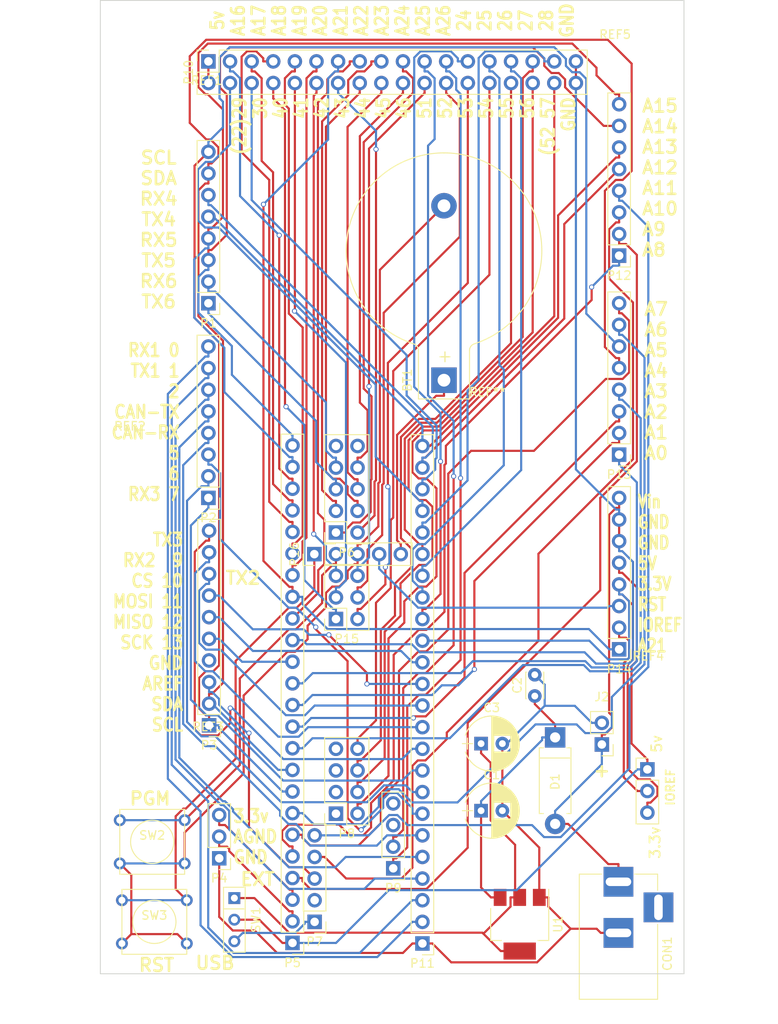
<source format=kicad_pcb>
(kicad_pcb (version 4) (host pcbnew 4.0.6)
  (layers (0 F.Cu signal) (31 B.Cu signal) (34 B.Paste user) (35 F.Paste user) (36 B.SilkS user) (37 F.SilkS user) (38 B.Mask user) (39 F.Mask user) (44 Edge.Cuts user))
  (net 0 "")
  (net 1 "Net-(C1-Pad1)")
  (net 2 "Net-(C1-Pad2)")
  (net 3 "Net-(C3-Pad1)")
  (net 4 "Net-(CON1-Pad3)")
  (net 5 "Net-(P1-Pad1)")
  (net 6 "Net-(P1-Pad2)")
  (net 7 "Net-(P1-Pad3)")
  (net 8 "Net-(P1-Pad4)")
  (net 9 "Net-(P1-Pad5)")
  (net 10 "Net-(P1-Pad6)")
  (net 11 "Net-(P1-Pad7)")
  (net 12 "Net-(P1-Pad8)")
  (net 13 "Net-(P11-Pad9)")
  (net 14 "Net-(P11-Pad8)")
  (net 15 "Net-(P11-Pad7)")
  (net 16 "Net-(P11-Pad6)")
  (net 17 "Net-(P11-Pad5)")
  (net 18 "Net-(P11-Pad4)")
  (net 19 "Net-(P11-Pad3)")
  (net 20 "Net-(P11-Pad2)")
  (net 21 "Net-(P3-Pad3)")
  (net 22 "Net-(P3-Pad4)")
  (net 23 "Net-(P3-Pad5)")
  (net 24 "Net-(P11-Pad14)")
  (net 25 "Net-(P11-Pad13)")
  (net 26 "Net-(P11-Pad12)")
  (net 27 "Net-(P11-Pad11)")
  (net 28 "Net-(P11-Pad10)")
  (net 29 "Net-(P4-Pad2)")
  (net 30 "Net-(P4-Pad3)")
  (net 31 "Net-(P12-Pad2)")
  (net 32 "Net-(P12-Pad1)")
  (net 33 "Net-(P13-Pad8)")
  (net 34 "Net-(P13-Pad7)")
  (net 35 "Net-(P13-Pad4)")
  (net 36 "Net-(P13-Pad3)")
  (net 37 "Net-(P13-Pad2)")
  (net 38 "Net-(P13-Pad1)")
  (net 39 "Net-(P10-Pad15)")
  (net 40 "Net-(P10-Pad13)")
  (net 41 "Net-(P10-Pad11)")
  (net 42 "Net-(P10-Pad9)")
  (net 43 "Net-(P10-Pad7)")
  (net 44 "Net-(P10-Pad5)")
  (net 45 "Net-(P10-Pad3)")
  (net 46 "Net-(P10-Pad14)")
  (net 47 "Net-(P10-Pad19)")
  (net 48 "Net-(P10-Pad16)")
  (net 49 "Net-(P10-Pad17)")
  (net 50 "Net-(P10-Pad18)")
  (net 51 "Net-(P10-Pad20)")
  (net 52 "Net-(P6-Pad9)")
  (net 53 "Net-(P6-Pad10)")
  (net 54 "Net-(P7-Pad1)")
  (net 55 "Net-(P7-Pad2)")
  (net 56 "Net-(P12-Pad3)")
  (net 57 "Net-(P12-Pad4)")
  (net 58 "Net-(P8-Pad1)")
  (net 59 "Net-(P10-Pad34)")
  (net 60 "Net-(P8-Pad3)")
  (net 61 "Net-(P10-Pad32)")
  (net 62 "Net-(P8-Pad5)")
  (net 63 "Net-(P10-Pad30)")
  (net 64 "Net-(P8-Pad7)")
  (net 65 "Net-(P10-Pad28)")
  (net 66 "Net-(P10-Pad23)")
  (net 67 "Net-(P10-Pad21)")
  (net 68 "Net-(P9-Pad3)")
  (net 69 "Net-(P9-Pad4)")
  (net 70 "Net-(P10-Pad4)")
  (net 71 "Net-(P10-Pad6)")
  (net 72 "Net-(P10-Pad8)")
  (net 73 "Net-(P10-Pad10)")
  (net 74 "Net-(P10-Pad12)")
  (net 75 "Net-(P10-Pad22)")
  (net 76 "Net-(P10-Pad24)")
  (net 77 "Net-(P10-Pad25)")
  (net 78 "Net-(P10-Pad26)")
  (net 79 "Net-(P10-Pad27)")
  (net 80 "Net-(P10-Pad29)")
  (net 81 "Net-(P10-Pad31)")
  (net 82 "Net-(P10-Pad33)")
  (net 83 "Net-(P10-Pad35)")
  (net 84 "Net-(P14-Pad3)")
  (net 85 "Net-(P16-Pad2)")
  (net 86 "Net-(BT1-Pad2)")
  (net 87 "Net-(BT1-Pad1)")
  (net 88 "Net-(J1-Pad2)")
  (net 89 "Net-(J1-Pad3)")
  (net 90 "Net-(CON1-Pad1)")
  (net 91 "Net-(P16-Pad1)")
  (net 92 "Net-(P10-Pad1)")
  (net 93 "Net-(J1-Pad1)")
  (module Mounting_Holes:MountingHole_3.2mm_M3 (layer F.Cu) (at 100 105)
    (fp_text reference REF2 (at 0 -4.2) (layer F.SilkS))
    (fp_text value MountingHole_3.2mm_M3_ISO14580_Pad)
    (pad 1 np_thru_hole circle (at 0 0) (size 3.2 3.2) (drill 3.2) (layers *.Cu *.Mask))
  )
  (module Mounting_Holes:MountingHole_3.2mm_M3 (layer F.Cu) (at 160.9 132)
    (fp_text reference REF4 (at 0 -4.2) (layer F.SilkS))
    (fp_text value MountingHole_3.2mm_M3_ISO14580_Pad)
    (pad 1 np_thru_hole circle (at 0 0) (size 3.2 3.2) (drill 3.2) (layers *.Cu *.Mask))
  )
  (module Mounting_Holes:MountingHole_3.2mm_M3 (layer F.Cu) (at 109.2 140.3)
    (fp_text reference REF3 (at 0 -4.2) (layer F.SilkS))
    (fp_text value MountingHole_3.2mm_M3_ISO14580_Pad)
    (pad 1 np_thru_hole circle (at 0 0) (size 3.2 3.2) (drill 3.2) (layers *.Cu *.Mask))
  )
  (module Mounting_Holes:MountingHole_3.2mm_M3 (layer F.Cu) (at 142 101)
    (fp_text reference REF** (at 0 -4.2) (layer F.SilkS))
    (fp_text value MountingHole_3.2mm_M3_ISO14580_Pad)
    (pad 1 np_thru_hole circle (at 0 0) (size 3.2 3.2) (drill 3.2) (layers *.Cu *.Mask))
  )
  (module Mounting_Holes:MountingHole_3.2mm_M3 (layer F.Cu) (at 157 59)
    (fp_text reference REF5 (at 0 -4.2) (layer F.SilkS))
    (fp_text value MountingHole_3.2mm_M3_ISO14580_Pad)
    (pad 1 np_thru_hole circle (at 0 0) (size 3.2 3.2) (drill 3.2) (layers *.Cu *.Mask))
  )
  (module Capacitors_THT:CP_Radial_D6.3mm_P2.50mm (layer F.Cu) (at 141.259 145.948)
    (fp_text reference C1 (at 1.25 -4.21) (layer F.SilkS))
    (fp_text value CP)
    (pad 1 thru_hole rect (at 0 0) (size 1.6 1.6) (drill 0.8) (layers *.Cu *.Mask) (net 1 "Net-(C1-Pad1)"))
    (pad 2 thru_hole circle (at 2.5 0) (size 1.6 1.6) (drill 0.8) (layers *.Cu *.Mask) (net 2 "Net-(C1-Pad2)"))
  )
  (module Capacitors_THT:C_Disc_D3.0mm_W2.0mm_P2.50mm (layer F.Cu) (at 147.569 132.486 90)
    (fp_text reference C2 (at 1.25 -2.06 90) (layer F.SilkS))
    (fp_text value C)
    (pad 1 thru_hole circle (at 0 0 90) (size 1.6 1.6) (drill 0.8) (layers *.Cu *.Mask) (net 1 "Net-(C1-Pad1)"))
    (pad 2 thru_hole circle (at 2.5 0 90) (size 1.6 1.6) (drill 0.8) (layers *.Cu *.Mask) (net 2 "Net-(C1-Pad2)"))
  )
  (module Capacitors_THT:CP_Radial_D6.3mm_P2.50mm (layer F.Cu) (at 141.259 138.074)
    (fp_text reference C3 (at 1.25 -4.21) (layer F.SilkS))
    (fp_text value CP)
    (pad 1 thru_hole rect (at 0 0) (size 1.6 1.6) (drill 0.8) (layers *.Cu *.Mask) (net 3 "Net-(C3-Pad1)"))
    (pad 2 thru_hole circle (at 2.5 0) (size 1.6 1.6) (drill 0.8) (layers *.Cu *.Mask) (net 2 "Net-(C1-Pad2)"))
  )
  (module Connectors:BARREL_JACK (layer F.Cu) (at 157.4 154.3 90)
    (fp_text reference CON1 (at -8.45 5.75 270) (layer F.SilkS))
    (fp_text value BARREL_JACK)
    (pad 1 thru_hole rect (at 0 0 90) (size 3.5 3.5) (drill oval 1 3) (layers *.Cu *.Mask) (net 90 "Net-(CON1-Pad1)"))
    (pad 2 thru_hole rect (at -6 0 90) (size 3.5 3.5) (drill oval 1 3) (layers *.Cu *.Mask) (net 2 "Net-(C1-Pad2)"))
    (pad 3 thru_hole rect (at -3 4.7 90) (size 3.5 3.5) (drill oval 3 1) (layers *.Cu *.Mask) (net 4 "Net-(CON1-Pad3)"))
  )
  (module Diodes_THT:D_DO-15_P10.16mm_Horizontal (layer F.Cu) (at 149.961 137.344 270)
    (fp_text reference D1 (at 5.2 0 270) (layer F.SilkS))
    (fp_text value D_Small)
    (pad 1 thru_hole rect (at 0 0 270) (size 2.4 2.4) (drill 1.2) (layers *.Cu *.Mask) (net 1 "Net-(C1-Pad1)"))
    (pad 2 thru_hole oval (at 10.16 0 270) (size 2.4 2.4) (drill 1.2) (layers *.Cu *.Mask) (net 90 "Net-(CON1-Pad1)"))
  )
  (module Socket_Strips:Socket_Strip_Straight_1x08_Pitch2.54mm (layer F.Cu) (at 109.22 86.36 180)
    (fp_text reference P1 (at 0 -2.33 180) (layer F.SilkS))
    (fp_text value CONN_01X08)
    (pad 1 thru_hole rect (at 0 0 180) (size 1.7 1.7) (drill 1) (layers *.Cu *.Mask) (net 5 "Net-(P1-Pad1)"))
    (pad 2 thru_hole oval (at 0 2.54 180) (size 1.7 1.7) (drill 1) (layers *.Cu *.Mask) (net 6 "Net-(P1-Pad2)"))
    (pad 3 thru_hole oval (at 0 5.08 180) (size 1.7 1.7) (drill 1) (layers *.Cu *.Mask) (net 7 "Net-(P1-Pad3)"))
    (pad 4 thru_hole oval (at 0 7.62 180) (size 1.7 1.7) (drill 1) (layers *.Cu *.Mask) (net 8 "Net-(P1-Pad4)"))
    (pad 5 thru_hole oval (at 0 10.16 180) (size 1.7 1.7) (drill 1) (layers *.Cu *.Mask) (net 9 "Net-(P1-Pad5)"))
    (pad 6 thru_hole oval (at 0 12.7 180) (size 1.7 1.7) (drill 1) (layers *.Cu *.Mask) (net 10 "Net-(P1-Pad6)"))
    (pad 7 thru_hole oval (at 0 15.24 180) (size 1.7 1.7) (drill 1) (layers *.Cu *.Mask) (net 11 "Net-(P1-Pad7)"))
    (pad 8 thru_hole oval (at 0 17.78 180) (size 1.7 1.7) (drill 1) (layers *.Cu *.Mask) (net 12 "Net-(P1-Pad8)"))
  )
  (module Socket_Strips:Socket_Strip_Straight_1x08_Pitch2.54mm (layer F.Cu) (at 109.22 109.22 180)
    (fp_text reference P2 (at 0 -2.33 180) (layer F.SilkS))
    (fp_text value CONN_01X08)
    (pad 1 thru_hole rect (at 0 0 180) (size 1.7 1.7) (drill 1) (layers *.Cu *.Mask) (net 13 "Net-(P11-Pad9)"))
    (pad 2 thru_hole oval (at 0 2.54 180) (size 1.7 1.7) (drill 1) (layers *.Cu *.Mask) (net 14 "Net-(P11-Pad8)"))
    (pad 3 thru_hole oval (at 0 5.08 180) (size 1.7 1.7) (drill 1) (layers *.Cu *.Mask) (net 15 "Net-(P11-Pad7)"))
    (pad 4 thru_hole oval (at 0 7.62 180) (size 1.7 1.7) (drill 1) (layers *.Cu *.Mask) (net 16 "Net-(P11-Pad6)"))
    (pad 5 thru_hole oval (at 0 10.16 180) (size 1.7 1.7) (drill 1) (layers *.Cu *.Mask) (net 17 "Net-(P11-Pad5)"))
    (pad 6 thru_hole oval (at 0 12.7 180) (size 1.7 1.7) (drill 1) (layers *.Cu *.Mask) (net 18 "Net-(P11-Pad4)"))
    (pad 7 thru_hole oval (at 0 15.24 180) (size 1.7 1.7) (drill 1) (layers *.Cu *.Mask) (net 19 "Net-(P11-Pad3)"))
    (pad 8 thru_hole oval (at 0 17.78 180) (size 1.7 1.7) (drill 1) (layers *.Cu *.Mask) (net 20 "Net-(P11-Pad2)"))
  )
  (module Socket_Strips:Socket_Strip_Straight_1x10_Pitch2.54mm (layer F.Cu) (at 109.301 135.926 180)
    (fp_text reference P3 (at 0 -2.33 180) (layer F.SilkS))
    (fp_text value CONN_01X10)
    (pad 1 thru_hole rect (at 0 0 180) (size 1.7 1.7) (drill 1) (layers *.Cu *.Mask) (net 12 "Net-(P1-Pad8)"))
    (pad 2 thru_hole oval (at 0 2.54 180) (size 1.7 1.7) (drill 1) (layers *.Cu *.Mask) (net 11 "Net-(P1-Pad7)"))
    (pad 3 thru_hole oval (at 0 5.08 180) (size 1.7 1.7) (drill 1) (layers *.Cu *.Mask) (net 21 "Net-(P3-Pad3)"))
    (pad 4 thru_hole oval (at 0 7.62 180) (size 1.7 1.7) (drill 1) (layers *.Cu *.Mask) (net 22 "Net-(P3-Pad4)"))
    (pad 5 thru_hole oval (at 0 10.16 180) (size 1.7 1.7) (drill 1) (layers *.Cu *.Mask) (net 23 "Net-(P3-Pad5)"))
    (pad 6 thru_hole oval (at 0 12.7 180) (size 1.7 1.7) (drill 1) (layers *.Cu *.Mask) (net 24 "Net-(P11-Pad14)"))
    (pad 7 thru_hole oval (at 0 15.24 180) (size 1.7 1.7) (drill 1) (layers *.Cu *.Mask) (net 25 "Net-(P11-Pad13)"))
    (pad 8 thru_hole oval (at 0 17.78 180) (size 1.7 1.7) (drill 1) (layers *.Cu *.Mask) (net 26 "Net-(P11-Pad12)"))
    (pad 9 thru_hole oval (at 0 20.32 180) (size 1.7 1.7) (drill 1) (layers *.Cu *.Mask) (net 27 "Net-(P11-Pad11)"))
    (pad 10 thru_hole oval (at 0 22.86 180) (size 1.7 1.7) (drill 1) (layers *.Cu *.Mask) (net 28 "Net-(P11-Pad10)"))
  )
  (module Pin_Headers:Pin_Header_Straight_1x03_Pitch2.54mm (layer F.Cu) (at 110.49 151.54 180)
    (fp_text reference P4 (at 0 -2.33 180) (layer F.SilkS))
    (fp_text value CONN_01X03)
    (pad 1 thru_hole rect (at 0 0 180) (size 1.7 1.7) (drill 1) (layers *.Cu *.Mask) (net 2 "Net-(C1-Pad2)"))
    (pad 2 thru_hole oval (at 0 2.54 180) (size 1.7 1.7) (drill 1) (layers *.Cu *.Mask) (net 29 "Net-(P4-Pad2)"))
    (pad 3 thru_hole oval (at 0 5.08 180) (size 1.7 1.7) (drill 1) (layers *.Cu *.Mask) (net 30 "Net-(P4-Pad3)"))
  )
  (module Socket_Strips:Socket_Strip_Straight_1x24_Pitch2.54mm (layer F.Cu) (at 119.1 161.48 180)
    (fp_text reference P5 (at 0 -2.33 180) (layer F.SilkS))
    (fp_text value CONN_01X24)
    (pad 1 thru_hole rect (at 0 0 180) (size 1.7 1.7) (drill 1) (layers *.Cu *.Mask) (net 93 "Net-(J1-Pad1)"))
    (pad 2 thru_hole oval (at 0 2.54 180) (size 1.7 1.7) (drill 1) (layers *.Cu *.Mask) (net 29 "Net-(P4-Pad2)"))
    (pad 3 thru_hole oval (at 0 5.08 180) (size 1.7 1.7) (drill 1) (layers *.Cu *.Mask) (net 30 "Net-(P4-Pad3)"))
    (pad 4 thru_hole oval (at 0 7.62 180) (size 1.7 1.7) (drill 1) (layers *.Cu *.Mask) (net 31 "Net-(P12-Pad2)"))
    (pad 5 thru_hole oval (at 0 10.16 180) (size 1.7 1.7) (drill 1) (layers *.Cu *.Mask) (net 32 "Net-(P12-Pad1)"))
    (pad 6 thru_hole oval (at 0 12.7 180) (size 1.7 1.7) (drill 1) (layers *.Cu *.Mask) (net 33 "Net-(P13-Pad8)"))
    (pad 7 thru_hole oval (at 0 15.24 180) (size 1.7 1.7) (drill 1) (layers *.Cu *.Mask) (net 34 "Net-(P13-Pad7)"))
    (pad 8 thru_hole oval (at 0 17.78 180) (size 1.7 1.7) (drill 1) (layers *.Cu *.Mask) (net 12 "Net-(P1-Pad8)"))
    (pad 9 thru_hole oval (at 0 20.32 180) (size 1.7 1.7) (drill 1) (layers *.Cu *.Mask) (net 11 "Net-(P1-Pad7)"))
    (pad 10 thru_hole oval (at 0 22.86 180) (size 1.7 1.7) (drill 1) (layers *.Cu *.Mask) (net 35 "Net-(P13-Pad4)"))
    (pad 11 thru_hole oval (at 0 25.4 180) (size 1.7 1.7) (drill 1) (layers *.Cu *.Mask) (net 36 "Net-(P13-Pad3)"))
    (pad 12 thru_hole oval (at 0 27.94 180) (size 1.7 1.7) (drill 1) (layers *.Cu *.Mask) (net 37 "Net-(P13-Pad2)"))
    (pad 13 thru_hole oval (at 0 30.48 180) (size 1.7 1.7) (drill 1) (layers *.Cu *.Mask) (net 38 "Net-(P13-Pad1)"))
    (pad 14 thru_hole oval (at 0 33.02 180) (size 1.7 1.7) (drill 1) (layers *.Cu *.Mask) (net 23 "Net-(P3-Pad5)"))
    (pad 15 thru_hole oval (at 0 35.56 180) (size 1.7 1.7) (drill 1) (layers *.Cu *.Mask) (net 83 "Net-(P10-Pad35)"))
    (pad 16 thru_hole oval (at 0 38.1 180) (size 1.7 1.7) (drill 1) (layers *.Cu *.Mask) (net 39 "Net-(P10-Pad15)"))
    (pad 17 thru_hole oval (at 0 40.64 180) (size 1.7 1.7) (drill 1) (layers *.Cu *.Mask) (net 40 "Net-(P10-Pad13)"))
    (pad 18 thru_hole oval (at 0 43.18 180) (size 1.7 1.7) (drill 1) (layers *.Cu *.Mask) (net 41 "Net-(P10-Pad11)"))
    (pad 19 thru_hole oval (at 0 45.72 180) (size 1.7 1.7) (drill 1) (layers *.Cu *.Mask) (net 42 "Net-(P10-Pad9)"))
    (pad 20 thru_hole oval (at 0 48.26 180) (size 1.7 1.7) (drill 1) (layers *.Cu *.Mask) (net 43 "Net-(P10-Pad7)"))
    (pad 21 thru_hole oval (at 0 50.8 180) (size 1.7 1.7) (drill 1) (layers *.Cu *.Mask) (net 44 "Net-(P10-Pad5)"))
    (pad 22 thru_hole oval (at 0 53.34 180) (size 1.7 1.7) (drill 1) (layers *.Cu *.Mask) (net 45 "Net-(P10-Pad3)"))
    (pad 23 thru_hole oval (at 0 55.88 180) (size 1.7 1.7) (drill 1) (layers *.Cu *.Mask) (net 8 "Net-(P1-Pad4)"))
    (pad 24 thru_hole oval (at 0 58.42 180) (size 1.7 1.7) (drill 1) (layers *.Cu *.Mask) (net 7 "Net-(P1-Pad3)"))
  )
  (module Socket_Strips:Socket_Strip_Straight_2x05_Pitch2.54mm (layer F.Cu) (at 124.206 113.284 180)
    (fp_text reference P6 (at -1.27 -2.33 180) (layer F.SilkS))
    (fp_text value CONN_02X05)
    (pad 1 thru_hole rect (at 0 0 180) (size 1.7 1.7) (drill 1) (layers *.Cu *.Mask) (net 47 "Net-(P10-Pad19)"))
    (pad 2 thru_hole oval (at -2.54 0 180) (size 1.7 1.7) (drill 1) (layers *.Cu *.Mask) (net 46 "Net-(P10-Pad14)"))
    (pad 3 thru_hole oval (at 0 2.54 180) (size 1.7 1.7) (drill 1) (layers *.Cu *.Mask) (net 49 "Net-(P10-Pad17)"))
    (pad 4 thru_hole oval (at -2.54 2.54 180) (size 1.7 1.7) (drill 1) (layers *.Cu *.Mask) (net 48 "Net-(P10-Pad16)"))
    (pad 5 thru_hole oval (at 0 5.08 180) (size 1.7 1.7) (drill 1) (layers *.Cu *.Mask) (net 5 "Net-(P1-Pad1)"))
    (pad 6 thru_hole oval (at -2.54 5.08 180) (size 1.7 1.7) (drill 1) (layers *.Cu *.Mask) (net 50 "Net-(P10-Pad18)"))
    (pad 7 thru_hole oval (at 0 7.62 180) (size 1.7 1.7) (drill 1) (layers *.Cu *.Mask) (net 6 "Net-(P1-Pad2)"))
    (pad 8 thru_hole oval (at -2.54 7.62 180) (size 1.7 1.7) (drill 1) (layers *.Cu *.Mask) (net 51 "Net-(P10-Pad20)"))
    (pad 9 thru_hole oval (at 0 10.16 180) (size 1.7 1.7) (drill 1) (layers *.Cu *.Mask) (net 52 "Net-(P6-Pad9)"))
    (pad 10 thru_hole oval (at -2.54 10.16 180) (size 1.7 1.7) (drill 1) (layers *.Cu *.Mask) (net 53 "Net-(P6-Pad10)"))
  )
  (module Socket_Strips:Socket_Strip_Straight_1x05_Pitch2.54mm (layer F.Cu) (at 121.7 159.004 180)
    (fp_text reference P7 (at 0 -2.33 180) (layer F.SilkS))
    (fp_text value CONN_01X05)
    (pad 1 thru_hole rect (at 0 0 180) (size 1.7 1.7) (drill 1) (layers *.Cu *.Mask) (net 54 "Net-(P7-Pad1)"))
    (pad 2 thru_hole oval (at 0 2.54 180) (size 1.7 1.7) (drill 1) (layers *.Cu *.Mask) (net 55 "Net-(P7-Pad2)"))
    (pad 3 thru_hole oval (at 0 5.08 180) (size 1.7 1.7) (drill 1) (layers *.Cu *.Mask) (net 21 "Net-(P3-Pad3)"))
    (pad 4 thru_hole oval (at 0 7.62 180) (size 1.7 1.7) (drill 1) (layers *.Cu *.Mask) (net 56 "Net-(P12-Pad3)"))
    (pad 5 thru_hole oval (at 0 10.16 180) (size 1.7 1.7) (drill 1) (layers *.Cu *.Mask) (net 57 "Net-(P12-Pad4)"))
  )
  (module Socket_Strips:Socket_Strip_Straight_2x04_Pitch2.54mm (layer F.Cu) (at 124.206 146.304 180)
    (fp_text reference P8 (at -1.27 -2.33 180) (layer F.SilkS))
    (fp_text value CONN_02X04)
    (pad 1 thru_hole rect (at 0 0 180) (size 1.7 1.7) (drill 1) (layers *.Cu *.Mask) (net 58 "Net-(P8-Pad1)"))
    (pad 2 thru_hole oval (at -2.54 0 180) (size 1.7 1.7) (drill 1) (layers *.Cu *.Mask) (net 59 "Net-(P10-Pad34)"))
    (pad 3 thru_hole oval (at 0 2.54 180) (size 1.7 1.7) (drill 1) (layers *.Cu *.Mask) (net 60 "Net-(P8-Pad3)"))
    (pad 4 thru_hole oval (at -2.54 2.54 180) (size 1.7 1.7) (drill 1) (layers *.Cu *.Mask) (net 61 "Net-(P10-Pad32)"))
    (pad 5 thru_hole oval (at 0 5.08 180) (size 1.7 1.7) (drill 1) (layers *.Cu *.Mask) (net 62 "Net-(P8-Pad5)"))
    (pad 6 thru_hole oval (at -2.54 5.08 180) (size 1.7 1.7) (drill 1) (layers *.Cu *.Mask) (net 63 "Net-(P10-Pad30)"))
    (pad 7 thru_hole oval (at 0 7.62 180) (size 1.7 1.7) (drill 1) (layers *.Cu *.Mask) (net 64 "Net-(P8-Pad7)"))
    (pad 8 thru_hole oval (at -2.54 7.62 180) (size 1.7 1.7) (drill 1) (layers *.Cu *.Mask) (net 65 "Net-(P10-Pad28)"))
  )
  (module Socket_Strips:Socket_Strip_Straight_1x04_Pitch2.54mm (layer F.Cu) (at 130.937 152.718 180)
    (fp_text reference P9 (at 0 -2.33 180) (layer F.SilkS))
    (fp_text value CONN_01X04)
    (pad 1 thru_hole rect (at 0 0 180) (size 1.7 1.7) (drill 1) (layers *.Cu *.Mask) (net 66 "Net-(P10-Pad23)"))
    (pad 2 thru_hole oval (at 0 2.54 180) (size 1.7 1.7) (drill 1) (layers *.Cu *.Mask) (net 67 "Net-(P10-Pad21)"))
    (pad 3 thru_hole oval (at 0 5.08 180) (size 1.7 1.7) (drill 1) (layers *.Cu *.Mask) (net 68 "Net-(P9-Pad3)"))
    (pad 4 thru_hole oval (at 0 7.62 180) (size 1.7 1.7) (drill 1) (layers *.Cu *.Mask) (net 69 "Net-(P9-Pad4)"))
  )
  (module Socket_Strips:Socket_Strip_Straight_2x18_Pitch2.54mm (layer F.Cu) (at 109.22 57.96 90)
    (fp_text reference P10 (at -1.27 -2.33 90) (layer F.SilkS))
    (fp_text value CONN_02X18)
    (pad 1 thru_hole rect (at 0 0 90) (size 1.7 1.7) (drill 1) (layers *.Cu *.Mask) (net 92 "Net-(P10-Pad1)"))
    (pad 2 thru_hole oval (at -2.54 0 90) (size 1.7 1.7) (drill 1) (layers *.Cu *.Mask) (net 92 "Net-(P10-Pad1)"))
    (pad 3 thru_hole oval (at 0 2.54 90) (size 1.7 1.7) (drill 1) (layers *.Cu *.Mask) (net 45 "Net-(P10-Pad3)"))
    (pad 4 thru_hole oval (at -2.54 2.54 90) (size 1.7 1.7) (drill 1) (layers *.Cu *.Mask) (net 70 "Net-(P10-Pad4)"))
    (pad 5 thru_hole oval (at 0 5.08 90) (size 1.7 1.7) (drill 1) (layers *.Cu *.Mask) (net 44 "Net-(P10-Pad5)"))
    (pad 6 thru_hole oval (at -2.54 5.08 90) (size 1.7 1.7) (drill 1) (layers *.Cu *.Mask) (net 71 "Net-(P10-Pad6)"))
    (pad 7 thru_hole oval (at 0 7.62 90) (size 1.7 1.7) (drill 1) (layers *.Cu *.Mask) (net 43 "Net-(P10-Pad7)"))
    (pad 8 thru_hole oval (at -2.54 7.62 90) (size 1.7 1.7) (drill 1) (layers *.Cu *.Mask) (net 72 "Net-(P10-Pad8)"))
    (pad 9 thru_hole oval (at 0 10.16 90) (size 1.7 1.7) (drill 1) (layers *.Cu *.Mask) (net 42 "Net-(P10-Pad9)"))
    (pad 10 thru_hole oval (at -2.54 10.16 90) (size 1.7 1.7) (drill 1) (layers *.Cu *.Mask) (net 73 "Net-(P10-Pad10)"))
    (pad 11 thru_hole oval (at 0 12.7 90) (size 1.7 1.7) (drill 1) (layers *.Cu *.Mask) (net 41 "Net-(P10-Pad11)"))
    (pad 12 thru_hole oval (at -2.54 12.7 90) (size 1.7 1.7) (drill 1) (layers *.Cu *.Mask) (net 74 "Net-(P10-Pad12)"))
    (pad 13 thru_hole oval (at 0 15.24 90) (size 1.7 1.7) (drill 1) (layers *.Cu *.Mask) (net 40 "Net-(P10-Pad13)"))
    (pad 14 thru_hole oval (at -2.54 15.24 90) (size 1.7 1.7) (drill 1) (layers *.Cu *.Mask) (net 46 "Net-(P10-Pad14)"))
    (pad 15 thru_hole oval (at 0 17.78 90) (size 1.7 1.7) (drill 1) (layers *.Cu *.Mask) (net 39 "Net-(P10-Pad15)"))
    (pad 16 thru_hole oval (at -2.54 17.78 90) (size 1.7 1.7) (drill 1) (layers *.Cu *.Mask) (net 48 "Net-(P10-Pad16)"))
    (pad 17 thru_hole oval (at 0 20.32 90) (size 1.7 1.7) (drill 1) (layers *.Cu *.Mask) (net 49 "Net-(P10-Pad17)"))
    (pad 18 thru_hole oval (at -2.54 20.32 90) (size 1.7 1.7) (drill 1) (layers *.Cu *.Mask) (net 50 "Net-(P10-Pad18)"))
    (pad 19 thru_hole oval (at 0 22.86 90) (size 1.7 1.7) (drill 1) (layers *.Cu *.Mask) (net 47 "Net-(P10-Pad19)"))
    (pad 20 thru_hole oval (at -2.54 22.86 90) (size 1.7 1.7) (drill 1) (layers *.Cu *.Mask) (net 51 "Net-(P10-Pad20)"))
    (pad 21 thru_hole oval (at 0 25.4 90) (size 1.7 1.7) (drill 1) (layers *.Cu *.Mask) (net 67 "Net-(P10-Pad21)"))
    (pad 22 thru_hole oval (at -2.54 25.4 90) (size 1.7 1.7) (drill 1) (layers *.Cu *.Mask) (net 75 "Net-(P10-Pad22)"))
    (pad 23 thru_hole oval (at 0 27.94 90) (size 1.7 1.7) (drill 1) (layers *.Cu *.Mask) (net 66 "Net-(P10-Pad23)"))
    (pad 24 thru_hole oval (at -2.54 27.94 90) (size 1.7 1.7) (drill 1) (layers *.Cu *.Mask) (net 76 "Net-(P10-Pad24)"))
    (pad 25 thru_hole oval (at 0 30.48 90) (size 1.7 1.7) (drill 1) (layers *.Cu *.Mask) (net 77 "Net-(P10-Pad25)"))
    (pad 26 thru_hole oval (at -2.54 30.48 90) (size 1.7 1.7) (drill 1) (layers *.Cu *.Mask) (net 78 "Net-(P10-Pad26)"))
    (pad 27 thru_hole oval (at 0 33.02 90) (size 1.7 1.7) (drill 1) (layers *.Cu *.Mask) (net 79 "Net-(P10-Pad27)"))
    (pad 28 thru_hole oval (at -2.54 33.02 90) (size 1.7 1.7) (drill 1) (layers *.Cu *.Mask) (net 65 "Net-(P10-Pad28)"))
    (pad 29 thru_hole oval (at 0 35.56 90) (size 1.7 1.7) (drill 1) (layers *.Cu *.Mask) (net 80 "Net-(P10-Pad29)"))
    (pad 30 thru_hole oval (at -2.54 35.56 90) (size 1.7 1.7) (drill 1) (layers *.Cu *.Mask) (net 63 "Net-(P10-Pad30)"))
    (pad 31 thru_hole oval (at 0 38.1 90) (size 1.7 1.7) (drill 1) (layers *.Cu *.Mask) (net 81 "Net-(P10-Pad31)"))
    (pad 32 thru_hole oval (at -2.54 38.1 90) (size 1.7 1.7) (drill 1) (layers *.Cu *.Mask) (net 61 "Net-(P10-Pad32)"))
    (pad 33 thru_hole oval (at 0 40.64 90) (size 1.7 1.7) (drill 1) (layers *.Cu *.Mask) (net 82 "Net-(P10-Pad33)"))
    (pad 34 thru_hole oval (at -2.54 40.64 90) (size 1.7 1.7) (drill 1) (layers *.Cu *.Mask) (net 59 "Net-(P10-Pad34)"))
    (pad 35 thru_hole oval (at 0 43.18 90) (size 1.7 1.7) (drill 1) (layers *.Cu *.Mask) (net 83 "Net-(P10-Pad35)"))
    (pad 36 thru_hole oval (at -2.54 43.18 90) (size 1.7 1.7) (drill 1) (layers *.Cu *.Mask) (net 83 "Net-(P10-Pad35)"))
  )
  (module Socket_Strips:Socket_Strip_Straight_1x24_Pitch2.54mm (layer F.Cu) (at 134.366 161.544 180)
    (fp_text reference P11 (at 0 -2.33 180) (layer F.SilkS))
    (fp_text value CONN_01X24)
    (pad 1 thru_hole rect (at 0 0 180) (size 1.7 1.7) (drill 1) (layers *.Cu *.Mask) (net 2 "Net-(C1-Pad2)"))
    (pad 2 thru_hole oval (at 0 2.54 180) (size 1.7 1.7) (drill 1) (layers *.Cu *.Mask) (net 20 "Net-(P11-Pad2)"))
    (pad 3 thru_hole oval (at 0 5.08 180) (size 1.7 1.7) (drill 1) (layers *.Cu *.Mask) (net 19 "Net-(P11-Pad3)"))
    (pad 4 thru_hole oval (at 0 7.62 180) (size 1.7 1.7) (drill 1) (layers *.Cu *.Mask) (net 18 "Net-(P11-Pad4)"))
    (pad 5 thru_hole oval (at 0 10.16 180) (size 1.7 1.7) (drill 1) (layers *.Cu *.Mask) (net 17 "Net-(P11-Pad5)"))
    (pad 6 thru_hole oval (at 0 12.7 180) (size 1.7 1.7) (drill 1) (layers *.Cu *.Mask) (net 16 "Net-(P11-Pad6)"))
    (pad 7 thru_hole oval (at 0 15.24 180) (size 1.7 1.7) (drill 1) (layers *.Cu *.Mask) (net 15 "Net-(P11-Pad7)"))
    (pad 8 thru_hole oval (at 0 17.78 180) (size 1.7 1.7) (drill 1) (layers *.Cu *.Mask) (net 14 "Net-(P11-Pad8)"))
    (pad 9 thru_hole oval (at 0 20.32 180) (size 1.7 1.7) (drill 1) (layers *.Cu *.Mask) (net 13 "Net-(P11-Pad9)"))
    (pad 10 thru_hole oval (at 0 22.86 180) (size 1.7 1.7) (drill 1) (layers *.Cu *.Mask) (net 28 "Net-(P11-Pad10)"))
    (pad 11 thru_hole oval (at 0 25.4 180) (size 1.7 1.7) (drill 1) (layers *.Cu *.Mask) (net 27 "Net-(P11-Pad11)"))
    (pad 12 thru_hole oval (at 0 27.94 180) (size 1.7 1.7) (drill 1) (layers *.Cu *.Mask) (net 26 "Net-(P11-Pad12)"))
    (pad 13 thru_hole oval (at 0 30.48 180) (size 1.7 1.7) (drill 1) (layers *.Cu *.Mask) (net 25 "Net-(P11-Pad13)"))
    (pad 14 thru_hole oval (at 0 33.02 180) (size 1.7 1.7) (drill 1) (layers *.Cu *.Mask) (net 24 "Net-(P11-Pad14)"))
    (pad 15 thru_hole oval (at 0 35.56 180) (size 1.7 1.7) (drill 1) (layers *.Cu *.Mask) (net 89 "Net-(J1-Pad3)"))
    (pad 16 thru_hole oval (at 0 38.1 180) (size 1.7 1.7) (drill 1) (layers *.Cu *.Mask) (net 77 "Net-(P10-Pad25)"))
    (pad 17 thru_hole oval (at 0 40.64 180) (size 1.7 1.7) (drill 1) (layers *.Cu *.Mask) (net 79 "Net-(P10-Pad27)"))
    (pad 18 thru_hole oval (at 0 43.18 180) (size 1.7 1.7) (drill 1) (layers *.Cu *.Mask) (net 80 "Net-(P10-Pad29)"))
    (pad 19 thru_hole oval (at 0 45.72 180) (size 1.7 1.7) (drill 1) (layers *.Cu *.Mask) (net 81 "Net-(P10-Pad31)"))
    (pad 20 thru_hole oval (at 0 48.26 180) (size 1.7 1.7) (drill 1) (layers *.Cu *.Mask) (net 82 "Net-(P10-Pad33)"))
    (pad 21 thru_hole oval (at 0 50.8 180) (size 1.7 1.7) (drill 1) (layers *.Cu *.Mask) (net 70 "Net-(P10-Pad4)"))
    (pad 22 thru_hole oval (at 0 53.34 180) (size 1.7 1.7) (drill 1) (layers *.Cu *.Mask) (net 71 "Net-(P10-Pad6)"))
    (pad 23 thru_hole oval (at 0 55.88 180) (size 1.7 1.7) (drill 1) (layers *.Cu *.Mask) (net 10 "Net-(P1-Pad6)"))
    (pad 24 thru_hole oval (at 0 58.42 180) (size 1.7 1.7) (drill 1) (layers *.Cu *.Mask) (net 9 "Net-(P1-Pad5)"))
  )
  (module Socket_Strips:Socket_Strip_Straight_1x08_Pitch2.54mm (layer F.Cu) (at 157.48 80.772 180)
    (fp_text reference P12 (at 0 -2.33 180) (layer F.SilkS))
    (fp_text value CONN_01X08)
    (pad 1 thru_hole rect (at 0 0 180) (size 1.7 1.7) (drill 1) (layers *.Cu *.Mask) (net 32 "Net-(P12-Pad1)"))
    (pad 2 thru_hole oval (at 0 2.54 180) (size 1.7 1.7) (drill 1) (layers *.Cu *.Mask) (net 31 "Net-(P12-Pad2)"))
    (pad 3 thru_hole oval (at 0 5.08 180) (size 1.7 1.7) (drill 1) (layers *.Cu *.Mask) (net 56 "Net-(P12-Pad3)"))
    (pad 4 thru_hole oval (at 0 7.62 180) (size 1.7 1.7) (drill 1) (layers *.Cu *.Mask) (net 57 "Net-(P12-Pad4)"))
    (pad 5 thru_hole oval (at 0 10.16 180) (size 1.7 1.7) (drill 1) (layers *.Cu *.Mask) (net 10 "Net-(P1-Pad6)"))
    (pad 6 thru_hole oval (at 0 12.7 180) (size 1.7 1.7) (drill 1) (layers *.Cu *.Mask) (net 9 "Net-(P1-Pad5)"))
    (pad 7 thru_hole oval (at 0 15.24 180) (size 1.7 1.7) (drill 1) (layers *.Cu *.Mask) (net 7 "Net-(P1-Pad3)"))
    (pad 8 thru_hole oval (at 0 17.78 180) (size 1.7 1.7) (drill 1) (layers *.Cu *.Mask) (net 8 "Net-(P1-Pad4)"))
  )
  (module Socket_Strips:Socket_Strip_Straight_1x08_Pitch2.54mm (layer F.Cu) (at 157.48 104.14 180)
    (fp_text reference P13 (at 0 -2.33 180) (layer F.SilkS))
    (fp_text value CONN_01X08)
    (pad 1 thru_hole rect (at 0 0 180) (size 1.7 1.7) (drill 1) (layers *.Cu *.Mask) (net 38 "Net-(P13-Pad1)"))
    (pad 2 thru_hole oval (at 0 2.54 180) (size 1.7 1.7) (drill 1) (layers *.Cu *.Mask) (net 37 "Net-(P13-Pad2)"))
    (pad 3 thru_hole oval (at 0 5.08 180) (size 1.7 1.7) (drill 1) (layers *.Cu *.Mask) (net 36 "Net-(P13-Pad3)"))
    (pad 4 thru_hole oval (at 0 7.62 180) (size 1.7 1.7) (drill 1) (layers *.Cu *.Mask) (net 35 "Net-(P13-Pad4)"))
    (pad 5 thru_hole oval (at 0 10.16 180) (size 1.7 1.7) (drill 1) (layers *.Cu *.Mask) (net 11 "Net-(P1-Pad7)"))
    (pad 6 thru_hole oval (at 0 12.7 180) (size 1.7 1.7) (drill 1) (layers *.Cu *.Mask) (net 12 "Net-(P1-Pad8)"))
    (pad 7 thru_hole oval (at 0 15.24 180) (size 1.7 1.7) (drill 1) (layers *.Cu *.Mask) (net 34 "Net-(P13-Pad7)"))
    (pad 8 thru_hole oval (at 0 17.78 180) (size 1.7 1.7) (drill 1) (layers *.Cu *.Mask) (net 33 "Net-(P13-Pad8)"))
  )
  (module Socket_Strips:Socket_Strip_Straight_1x08_Pitch2.54mm (layer F.Cu) (at 157.48 127 180)
    (fp_text reference P14 (at 0 -2.33 180) (layer F.SilkS))
    (fp_text value CONN_01X08)
    (pad 1 thru_hole rect (at 0 0 180) (size 1.7 1.7) (drill 1) (layers *.Cu *.Mask) (net 40 "Net-(P10-Pad13)"))
    (pad 2 thru_hole oval (at 0 2.54 180) (size 1.7 1.7) (drill 1) (layers *.Cu *.Mask) (net 88 "Net-(J1-Pad2)"))
    (pad 3 thru_hole oval (at 0 5.08 180) (size 1.7 1.7) (drill 1) (layers *.Cu *.Mask) (net 84 "Net-(P14-Pad3)"))
    (pad 4 thru_hole oval (at 0 7.62 180) (size 1.7 1.7) (drill 1) (layers *.Cu *.Mask) (net 89 "Net-(J1-Pad3)"))
    (pad 5 thru_hole oval (at 0 10.16 180) (size 1.7 1.7) (drill 1) (layers *.Cu *.Mask) (net 93 "Net-(J1-Pad1)"))
    (pad 6 thru_hole oval (at 0 12.7 180) (size 1.7 1.7) (drill 1) (layers *.Cu *.Mask) (net 83 "Net-(P10-Pad35)"))
    (pad 7 thru_hole oval (at 0 15.24 180) (size 1.7 1.7) (drill 1) (layers *.Cu *.Mask) (net 83 "Net-(P10-Pad35)"))
    (pad 8 thru_hole oval (at 0 17.78 180) (size 1.7 1.7) (drill 1) (layers *.Cu *.Mask) (net 90 "Net-(CON1-Pad1)"))
  )
  (module Socket_Strips:Socket_Strip_Straight_2x03_Pitch2.54mm (layer F.Cu) (at 124.206 123.444 180)
    (fp_text reference P15 (at -1.27 -2.33 180) (layer F.SilkS))
    (fp_text value CONN_02X03)
    (pad 1 thru_hole rect (at 0 0 180) (size 1.7 1.7) (drill 1) (layers *.Cu *.Mask) (net 72 "Net-(P10-Pad8)"))
    (pad 2 thru_hole oval (at -2.54 0 180) (size 1.7 1.7) (drill 1) (layers *.Cu *.Mask) (net 78 "Net-(P10-Pad26)"))
    (pad 3 thru_hole oval (at 0 2.54 180) (size 1.7 1.7) (drill 1) (layers *.Cu *.Mask) (net 73 "Net-(P10-Pad10)"))
    (pad 4 thru_hole oval (at -2.54 2.54 180) (size 1.7 1.7) (drill 1) (layers *.Cu *.Mask) (net 76 "Net-(P10-Pad24)"))
    (pad 5 thru_hole oval (at 0 5.08 180) (size 1.7 1.7) (drill 1) (layers *.Cu *.Mask) (net 74 "Net-(P10-Pad12)"))
    (pad 6 thru_hole oval (at -2.54 5.08 180) (size 1.7 1.7) (drill 1) (layers *.Cu *.Mask) (net 75 "Net-(P10-Pad22)"))
  )
  (module Socket_Strips:Socket_Strip_Straight_1x05_Pitch2.54mm (layer F.Cu) (at 121.666 115.824 90)
    (fp_text reference P16 (at 0 -2.33 90) (layer F.SilkS))
    (fp_text value CONN_01X05)
    (pad 1 thru_hole rect (at 0 0 90) (size 1.7 1.7) (drill 1) (layers *.Cu *.Mask) (net 91 "Net-(P16-Pad1)"))
    (pad 2 thru_hole oval (at 0 2.54 90) (size 1.7 1.7) (drill 1) (layers *.Cu *.Mask) (net 85 "Net-(P16-Pad2)"))
    (pad 3 thru_hole oval (at 0 5.08 90) (size 1.7 1.7) (drill 1) (layers *.Cu *.Mask) (net 86 "Net-(BT1-Pad2)"))
    (pad 4 thru_hole oval (at 0 7.62 90) (size 1.7 1.7) (drill 1) (layers *.Cu *.Mask) (net 84 "Net-(P14-Pad3)"))
    (pad 5 thru_hole oval (at 0 10.16 90) (size 1.7 1.7) (drill 1) (layers *.Cu *.Mask) (net 87 "Net-(BT1-Pad1)"))
  )
  (module TO_SOT_Packages_SMD:SOT-223 (layer F.Cu) (at 145.796 159.283 270)
    (fp_text reference U1 (at 0 -4.5 270) (layer F.SilkS))
    (fp_text value NCP1117ST50T3G_MountingTab)
    (pad 4 smd rect (at 3.15 0 270) (size 2 3.8) (layers F.Cu F.Paste F.Mask) (net 3 "Net-(C3-Pad1)"))
    (pad 2 smd rect (at -3.15 0 270) (size 2 1.5) (layers F.Cu F.Paste F.Mask) (net 3 "Net-(C3-Pad1)"))
    (pad 3 smd rect (at -3.15 2.3 270) (size 2 1.5) (layers F.Cu F.Paste F.Mask) (net 1 "Net-(C1-Pad1)"))
    (pad 1 smd rect (at -3.15 -2.3 270) (size 2 1.5) (layers F.Cu F.Paste F.Mask) (net 2 "Net-(C1-Pad2)"))
  )
  (module Buttons_Switches_THT:SW_PUSH_SMALL (layer F.Cu) (at 102.87 159.004)
    (fp_text reference SW3 (at 0 -0.762) (layer F.SilkS))
    (fp_text value RST)
    (pad 1 thru_hole circle (at 3.81 -2.54) (size 1.397 1.397) (drill 0.8128) (layers *.Cu *.Mask) (net 91 "Net-(P16-Pad1)"))
    (pad 2 thru_hole circle (at 3.81 2.54) (size 1.397 1.397) (drill 0.8128) (layers *.Cu *.Mask) (net 86 "Net-(BT1-Pad2)"))
    (pad 1 thru_hole circle (at -3.81 -2.54) (size 1.397 1.397) (drill 0.8128) (layers *.Cu *.Mask) (net 91 "Net-(P16-Pad1)"))
    (pad 2 thru_hole circle (at -3.81 2.54) (size 1.397 1.397) (drill 0.8128) (layers *.Cu *.Mask) (net 86 "Net-(BT1-Pad2)"))
  )
  (module Buttons_Switches_THT:SW_PUSH_SMALL (layer F.Cu) (at 102.616 149.606)
    (fp_text reference SW2 (at 0 -0.762) (layer F.SilkS))
    (fp_text value PGM)
    (pad 1 thru_hole circle (at 3.81 -2.54) (size 1.397 1.397) (drill 0.8128) (layers *.Cu *.Mask) (net 85 "Net-(P16-Pad2)"))
    (pad 2 thru_hole circle (at 3.81 2.54) (size 1.397 1.397) (drill 0.8128) (layers *.Cu *.Mask) (net 86 "Net-(BT1-Pad2)"))
    (pad 1 thru_hole circle (at -3.81 -2.54) (size 1.397 1.397) (drill 0.8128) (layers *.Cu *.Mask) (net 85 "Net-(P16-Pad2)"))
    (pad 2 thru_hole circle (at -3.81 2.54) (size 1.397 1.397) (drill 0.8128) (layers *.Cu *.Mask) (net 86 "Net-(BT1-Pad2)"))
  )
  (module Buttons_Switches_THT:SW_Micro_SPST (layer F.Cu) (at 112.268 158.75 270)
    (fp_text reference SW1 (at 0 -2.54 270) (layer F.SilkS))
    (fp_text value "PWR SEL")
    (pad 1 thru_hole rect (at -2.54 0 270) (size 1.397 1.397) (drill 0.8128) (layers *.Cu *.Mask) (net 3 "Net-(C3-Pad1)"))
    (pad 2 thru_hole circle (at 0 0 270) (size 1.397 1.397) (drill 0.8128) (layers *.Cu *.Mask) (net 93 "Net-(J1-Pad1)"))
    (pad 3 thru_hole circle (at 2.54 0 270) (size 1.397 1.397) (drill 0.8128) (layers *.Cu *.Mask) (net 54 "Net-(P7-Pad1)"))
  )
  (module Battery_Holders:Keystone_103_1x20mm-CoinCell (layer F.Cu) (at 136.9 95.4 90)
    (fp_text reference BT1 (at 0 -4.3 90) (layer F.SilkS))
    (fp_text value BATTERY)
    (fp_text user + (at 2.75 0 90) (layer F.SilkS) (effects (font (size 1.5 1.5))))
    (pad 2 thru_hole circle (at 20.49 0 90) (size 3 3) (drill 1.5) (layers *.Cu *.Mask) (net 86 "Net-(BT1-Pad2)"))
    (pad 1 thru_hole rect (at 0 0 90) (size 3 3) (drill 1.5) (layers *.Cu *.Mask) (net 87 "Net-(BT1-Pad1)"))
  )
  (module Mounting_Holes:MountingHole_3.2mm_M3 (layer F.Cu) (at 109 64.4)
    (fp_text reference REF1 (at 0 -4.2) (layer F.SilkS))
    (fp_text value MountingHole_3.2mm_M3_ISO14580_Pad)
    (pad 1 np_thru_hole circle (at 0 0) (size 3.2 3.2) (drill 3.2) (layers *.Cu *.Mask))
  )
  (module Pin_Headers:Pin_Header_Straight_1x03_Pitch2.54mm (layer F.Cu) (at 160.8 141.1)
    (fp_text reference J1 hide)
    (fp_text value CONN_01X03)
    (pad 1 thru_hole rect (at 0 0) (size 1.7 1.7) (drill 1) (layers *.Cu *.Mask) (net 93 "Net-(J1-Pad1)"))
    (pad 2 thru_hole oval (at 0 2.54) (size 1.7 1.7) (drill 1) (layers *.Cu *.Mask) (net 88 "Net-(J1-Pad2)"))
    (pad 3 thru_hole oval (at 0 5.08) (size 1.7 1.7) (drill 1) (layers *.Cu *.Mask) (net 89 "Net-(J1-Pad3)"))
  )
  (module Pin_Headers:Pin_Header_Straight_1x02_Pitch2.54mm (layer F.Cu) (at 155.448 138.176 180)
    (fp_text reference J2 (at 0 5.588 180) (layer F.SilkS))
    (fp_text value CONN_01X02)
    (pad 1 thru_hole rect (at 0 0 180) (size 1.7 1.7) (drill 1) (layers *.Cu *.Mask) (net 90 "Net-(CON1-Pad1)"))
    (pad 2 thru_hole oval (at 0 2.54 180) (size 1.7 1.7) (drill 1) (layers *.Cu *.Mask) (net 2 "Net-(C1-Pad2)"))
  )
  (gr_text + (at 155.448 141.224) (layer F.SilkS) (effects (font (size 1.5 1.5) (thickness 0.3))))
  (gr_text IOREF (at 163.5 143.2 90) (layer F.SilkS) (effects (font (size 1 1) (thickness 0.2))))
  (gr_text 3.3v (at 161.7 149.7 90) (layer F.SilkS) (effects (font (size 1.2 1.2) (thickness 0.2))))
  (gr_text 5v (at 161.9 138.1 90) (layer F.SilkS) (effects (font (size 1.2 1.2) (thickness 0.2))))
  (gr_text "3.3v\nAGND\nGND" (at 112 149) (layer F.SilkS) (effects (font (size 1.5 1.3) (thickness 0.3)) (justify left)))
  (gr_text "\n(22)29\n30\n40\n41\n42\n43\n44\n45\n46\n51\n52\n53\n54\n55\n56\n(52 57\nGND" (at 131 62 90) (layer F.SilkS) (effects (font (size 1.5 1.3) (thickness 0.3)) (justify right)))
  (gr_text "5v\nA16\nA17\nA18\nA19\nA20\nA21\nA22\nA23\nA24\nA25\nA26\n24\n25\n26\n27\n28\nGND" (at 130.81 53.1495 90) (layer F.SilkS) (effects (font (size 1.5 1.3) (thickness 0.3))))
  (gr_text "Vin\nGND\nGND\n5V\n3.3V\nRST\nIOREF\nA21" (at 159.512 118.11) (layer F.SilkS) (effects (font (size 1.5 1.2) (thickness 0.3)) (justify left)))
  (gr_text "A7\nA6\nA5\nA4\nA3\nA2\nA1\nA0" (at 160.274 95.504) (layer F.SilkS) (effects (font (size 1.5 1.5) (thickness 0.3)) (justify left)))
  (gr_text "A15\nA14\nA13\nA12\nA11\nA10\nA9\nA8" (at 160.02 71.628) (layer F.SilkS) (effects (font (size 1.5 1.5) (thickness 0.3)) (justify left)))
  (gr_text "RX1 0\nTX1 1\n2\nCAN-TX\nCAN-RX\n5\n6\nRX3 7\n" (at 106 100.33) (layer F.SilkS) (effects (font (size 1.5 1.3) (thickness 0.3)) (justify right)))
  (gr_text TX2 (at 113.284 118.618) (layer F.SilkS) (effects (font (size 1.5 1.5) (thickness 0.3))))
  (gr_text "TX3\nRX2  9\nCS 10\nMOSI 11\nMISO 12\nSCK 13\nGND\nAREF\nSDA\nSCL\n" (at 106.4006 125) (layer F.SilkS) (effects (font (size 1.5 1.3) (thickness 0.3)) (justify right)))
  (gr_text "SCL\nSDA\nRX4\nTX4\nRX5\nTX5\nRX6\nTX6\n" (at 103.378 77.724) (layer F.SilkS) (effects (font (size 1.5 1.5) (thickness 0.3))))
  (gr_text EXT (at 115 154) (layer F.SilkS) (effects (font (size 1.5 1.5) (thickness 0.3))))
  (gr_text USB (at 110 163.83) (layer F.SilkS) (effects (font (size 1.5 1.5) (thickness 0.3))))
  (gr_text PGM (at 102.362 144.526) (layer F.SilkS) (effects (font (size 1.5 1.5) (thickness 0.3))))
  (gr_text RST (at 103.124 164.084) (layer F.SilkS) (effects (font (size 1.5 1.5) (thickness 0.3))))
  (gr_line (start 96.52 165.1) (end 96.52 50.8) (layer Edge.Cuts) (width 0.1))
  (gr_line (start 165.1 165.1) (end 96.52 165.1) (layer Edge.Cuts) (width 0.1))
  (gr_line (start 165.1 50.8) (end 165.1 165.1) (layer Edge.Cuts) (width 0.1))
  (gr_line (start 96.52 50.8) (end 165.1 50.8) (layer Edge.Cuts) (width 0.1))
  (segment (start 143.496 156.133) (end 142.4207 156.133) (width 0.25) (layer F.Cu) (net 1))
  (segment (start 141.259 154.9713) (end 141.259 145.948) (width 0.25) (layer F.Cu) (net 1))
  (segment (start 142.4207 156.133) (end 141.259 154.9713) (width 0.25) (layer F.Cu) (net 1))
  (segment (start 149.961 137.344) (end 149.961 135.8187) (width 0.25) (layer F.Cu) (net 1))
  (segment (start 147.569 133.4267) (end 147.569 132.486) (width 0.25) (layer F.Cu) (net 1))
  (segment (start 149.961 135.8187) (end 147.569 133.4267) (width 0.25) (layer F.Cu) (net 1))
  (segment (start 141.259 145.948) (end 141.259 144.8227) (width 0.25) (layer B.Cu) (net 1))
  (segment (start 149.961 137.344) (end 148.4357 137.344) (width 0.25) (layer B.Cu) (net 1))
  (segment (start 148.4357 137.646) (end 141.259 144.8227) (width 0.25) (layer B.Cu) (net 1))
  (segment (start 148.4357 137.344) (end 148.4357 137.646) (width 0.25) (layer B.Cu) (net 1))
  (segment (start 132.0793 162.6554) (end 133.1907 161.544) (width 0.25) (layer F.Cu) (net 2))
  (segment (start 117.2877 162.6554) (end 132.0793 162.6554) (width 0.25) (layer F.Cu) (net 2))
  (segment (start 114.6523 160.02) (end 117.2877 162.6554) (width 0.25) (layer F.Cu) (net 2))
  (segment (start 112.0822 160.02) (end 114.6523 160.02) (width 0.25) (layer F.Cu) (net 2))
  (segment (start 110.49 158.4278) (end 112.0822 160.02) (width 0.25) (layer F.Cu) (net 2))
  (segment (start 110.49 151.54) (end 110.49 158.4278) (width 0.25) (layer F.Cu) (net 2))
  (segment (start 148.096 156.133) (end 149.1713 156.133) (width 0.25) (layer F.Cu) (net 2))
  (segment (start 154.8398 159.8151) (end 155.3247 160.3) (width 0.25) (layer F.Cu) (net 2))
  (segment (start 151.7781 159.8151) (end 154.8398 159.8151) (width 0.25) (layer F.Cu) (net 2))
  (segment (start 151.7781 159.815) (end 151.7781 159.8151) (width 0.25) (layer F.Cu) (net 2))
  (segment (start 149.1713 157.2083) (end 151.7781 159.815) (width 0.25) (layer F.Cu) (net 2))
  (segment (start 149.1713 156.133) (end 149.1713 157.2083) (width 0.25) (layer F.Cu) (net 2))
  (segment (start 137.7557 163.7584) (end 135.5413 161.544) (width 0.25) (layer F.Cu) (net 2))
  (segment (start 147.8347 163.7584) (end 137.7557 163.7584) (width 0.25) (layer F.Cu) (net 2))
  (segment (start 151.7781 159.815) (end 147.8347 163.7584) (width 0.25) (layer F.Cu) (net 2))
  (segment (start 134.366 161.544) (end 135.5413 161.544) (width 0.25) (layer F.Cu) (net 2))
  (segment (start 134.366 161.544) (end 133.1907 161.544) (width 0.25) (layer F.Cu) (net 2))
  (segment (start 148.7306 131.1476) (end 147.569 129.986) (width 0.25) (layer B.Cu) (net 2))
  (segment (start 148.7306 133.6333) (end 148.7306 131.1476) (width 0.25) (layer B.Cu) (net 2))
  (segment (start 144.2899 138.074) (end 148.7306 133.6333) (width 0.25) (layer B.Cu) (net 2))
  (segment (start 143.759 138.074) (end 144.2899 138.074) (width 0.25) (layer B.Cu) (net 2))
  (segment (start 152.27 133.6333) (end 148.7306 133.6333) (width 0.25) (layer B.Cu) (net 2))
  (segment (start 154.2727 135.636) (end 152.27 133.6333) (width 0.25) (layer B.Cu) (net 2))
  (segment (start 157.4 160.3) (end 155.3247 160.3) (width 0.25) (layer F.Cu) (net 2))
  (segment (start 148.096 150.285) (end 143.759 145.948) (width 0.25) (layer F.Cu) (net 2))
  (segment (start 148.096 156.133) (end 148.096 150.285) (width 0.25) (layer F.Cu) (net 2))
  (segment (start 143.759 138.074) (end 143.759 145.948) (width 0.25) (layer F.Cu) (net 2))
  (segment (start 155.448 135.636) (end 154.2727 135.636) (width 0.25) (layer B.Cu) (net 2))
  (segment (start 141.259 138.074) (end 141.259 139.1993) (width 0.25) (layer F.Cu) (net 3))
  (segment (start 142.3843 140.3246) (end 141.259 139.1993) (width 0.25) (layer F.Cu) (net 3))
  (segment (start 142.3843 147.0885) (end 142.3843 140.3246) (width 0.25) (layer F.Cu) (net 3))
  (segment (start 145.2584 149.9626) (end 142.3843 147.0885) (width 0.25) (layer F.Cu) (net 3))
  (segment (start 145.2584 156.133) (end 145.2584 149.9626) (width 0.25) (layer F.Cu) (net 3))
  (segment (start 145.2584 156.133) (end 144.7207 156.133) (width 0.25) (layer F.Cu) (net 3))
  (segment (start 145.796 156.133) (end 145.2584 156.133) (width 0.25) (layer F.Cu) (net 3))
  (segment (start 141.5334 160.3956) (end 143.5707 162.433) (width 0.25) (layer F.Cu) (net 3))
  (segment (start 141.4117 160.274) (end 141.5334 160.3956) (width 0.25) (layer F.Cu) (net 3))
  (segment (start 118.6877 160.274) (end 141.4117 160.274) (width 0.25) (layer F.Cu) (net 3))
  (segment (start 114.6237 156.21) (end 118.6877 160.274) (width 0.25) (layer F.Cu) (net 3))
  (segment (start 112.268 156.21) (end 114.6237 156.21) (width 0.25) (layer F.Cu) (net 3))
  (segment (start 144.7207 157.2083) (end 141.5334 160.3956) (width 0.25) (layer F.Cu) (net 3))
  (segment (start 144.7207 156.133) (end 144.7207 157.2083) (width 0.25) (layer F.Cu) (net 3))
  (segment (start 145.796 162.433) (end 143.5707 162.433) (width 0.25) (layer F.Cu) (net 3))
  (segment (start 123.8944 107.0287) (end 124.206 107.0287) (width 0.25) (layer B.Cu) (net 5))
  (segment (start 121.8844 105.0187) (end 123.8944 107.0287) (width 0.25) (layer B.Cu) (net 5))
  (segment (start 121.8844 100.1997) (end 121.8844 105.0187) (width 0.25) (layer B.Cu) (net 5))
  (segment (start 109.22 87.5353) (end 121.8844 100.1997) (width 0.25) (layer B.Cu) (net 5))
  (segment (start 109.22 86.36) (end 109.22 87.5353) (width 0.25) (layer B.Cu) (net 5))
  (segment (start 124.206 108.204) (end 124.206 107.0287) (width 0.25) (layer B.Cu) (net 5))
  (segment (start 109.22 83.82) (end 109.22 84.9953) (width 0.25) (layer B.Cu) (net 6))
  (segment (start 124.206 105.664) (end 124.206 104.4887) (width 0.25) (layer B.Cu) (net 6))
  (segment (start 110.028 84.9953) (end 109.22 84.9953) (width 0.25) (layer B.Cu) (net 6))
  (segment (start 123.0307 97.998) (end 110.028 84.9953) (width 0.25) (layer B.Cu) (net 6))
  (segment (start 123.0307 103.6808) (end 123.0307 97.998) (width 0.25) (layer B.Cu) (net 6))
  (segment (start 123.8386 104.4887) (end 123.0307 103.6808) (width 0.25) (layer B.Cu) (net 6))
  (segment (start 124.206 104.4887) (end 123.8386 104.4887) (width 0.25) (layer B.Cu) (net 6))
  (segment (start 155.669 65.532) (end 157.48 65.532) (width 0.25) (layer F.Cu) (net 7))
  (segment (start 151.13 60.993) (end 155.669 65.532) (width 0.25) (layer F.Cu) (net 7))
  (segment (start 151.13 60.069) (end 151.13 60.993) (width 0.25) (layer F.Cu) (net 7))
  (segment (start 150.3856 59.3246) (end 151.13 60.069) (width 0.25) (layer F.Cu) (net 7))
  (segment (start 149.5236 59.3246) (end 150.3856 59.3246) (width 0.25) (layer F.Cu) (net 7))
  (segment (start 148.6846 58.4856) (end 149.5236 59.3246) (width 0.25) (layer F.Cu) (net 7))
  (segment (start 148.6846 57.6623) (end 148.6846 58.4856) (width 0.25) (layer F.Cu) (net 7))
  (segment (start 147.3417 56.3194) (end 148.6846 57.6623) (width 0.25) (layer F.Cu) (net 7))
  (segment (start 111.7173 56.3194) (end 147.3417 56.3194) (width 0.25) (layer F.Cu) (net 7))
  (segment (start 110.5809 57.4558) (end 111.7173 56.3194) (width 0.25) (layer F.Cu) (net 7))
  (segment (start 110.5809 61.0487) (end 110.5809 57.4558) (width 0.25) (layer F.Cu) (net 7))
  (segment (start 111.3757 61.8435) (end 110.5809 61.0487) (width 0.25) (layer F.Cu) (net 7))
  (segment (start 111.3757 78.3163) (end 111.3757 61.8435) (width 0.25) (layer F.Cu) (net 7))
  (segment (start 109.5873 80.1047) (end 111.3757 78.3163) (width 0.25) (layer F.Cu) (net 7))
  (segment (start 109.22 80.1047) (end 109.5873 80.1047) (width 0.25) (layer F.Cu) (net 7))
  (segment (start 109.22 81.28) (end 109.22 80.1047) (width 0.25) (layer F.Cu) (net 7))
  (segment (start 108.8526 82.4553) (end 109.22 82.4553) (width 0.25) (layer B.Cu) (net 7))
  (segment (start 108.0447 83.2632) (end 108.8526 82.4553) (width 0.25) (layer B.Cu) (net 7))
  (segment (start 108.0447 87.4541) (end 108.0447 83.2632) (width 0.25) (layer B.Cu) (net 7))
  (segment (start 111.977 91.3864) (end 108.0447 87.4541) (width 0.25) (layer B.Cu) (net 7))
  (segment (start 111.977 94.7617) (end 111.977 91.3864) (width 0.25) (layer B.Cu) (net 7))
  (segment (start 119.1 101.8847) (end 111.977 94.7617) (width 0.25) (layer B.Cu) (net 7))
  (segment (start 109.22 81.28) (end 109.22 82.4553) (width 0.25) (layer B.Cu) (net 7))
  (segment (start 119.1 103.06) (end 119.1 101.8847) (width 0.25) (layer B.Cu) (net 7))
  (segment (start 157.48 62.992) (end 157.48 61.8167) (width 0.25) (layer F.Cu) (net 8))
  (segment (start 109.22 78.74) (end 109.22 77.5647) (width 0.25) (layer F.Cu) (net 8))
  (segment (start 157.0393 61.8167) (end 157.48 61.8167) (width 0.25) (layer F.Cu) (net 8))
  (segment (start 154.823 59.6004) (end 157.0393 61.8167) (width 0.25) (layer F.Cu) (net 8))
  (segment (start 154.823 58.7066) (end 154.823 59.6004) (width 0.25) (layer F.Cu) (net 8))
  (segment (start 151.9855 55.8691) (end 154.823 58.7066) (width 0.25) (layer F.Cu) (net 8))
  (segment (start 109.1489 55.8691) (end 151.9855 55.8691) (width 0.25) (layer F.Cu) (net 8))
  (segment (start 108.0446 56.9734) (end 109.1489 55.8691) (width 0.25) (layer F.Cu) (net 8))
  (segment (start 108.0446 60.9937) (end 108.0446 56.9734) (width 0.25) (layer F.Cu) (net 8))
  (segment (start 108.8606 61.8097) (end 108.0446 60.9937) (width 0.25) (layer F.Cu) (net 8))
  (segment (start 109.1327 61.8097) (end 108.8606 61.8097) (width 0.25) (layer F.Cu) (net 8))
  (segment (start 110.9254 63.6024) (end 109.1327 61.8097) (width 0.25) (layer F.Cu) (net 8))
  (segment (start 110.9254 76.2267) (end 110.9254 63.6024) (width 0.25) (layer F.Cu) (net 8))
  (segment (start 109.5874 77.5647) (end 110.9254 76.2267) (width 0.25) (layer F.Cu) (net 8))
  (segment (start 109.22 77.5647) (end 109.5874 77.5647) (width 0.25) (layer F.Cu) (net 8))
  (segment (start 109.22 78.74) (end 109.22 79.9153) (width 0.25) (layer B.Cu) (net 8))
  (segment (start 119.1 105.6) (end 119.1 104.4247) (width 0.25) (layer B.Cu) (net 8))
  (segment (start 108.8527 79.9153) (end 109.22 79.9153) (width 0.25) (layer B.Cu) (net 8))
  (segment (start 107.5523 81.2157) (end 108.8527 79.9153) (width 0.25) (layer B.Cu) (net 8))
  (segment (start 107.5523 88.05) (end 107.5523 81.2157) (width 0.25) (layer B.Cu) (net 8))
  (segment (start 111.093 91.5907) (end 107.5523 88.05) (width 0.25) (layer B.Cu) (net 8))
  (segment (start 111.093 96.785) (end 111.093 91.5907) (width 0.25) (layer B.Cu) (net 8))
  (segment (start 118.7327 104.4247) (end 111.093 96.785) (width 0.25) (layer B.Cu) (net 8))
  (segment (start 119.1 104.4247) (end 118.7327 104.4247) (width 0.25) (layer B.Cu) (net 8))
  (segment (start 134.366 100.7636) (end 134.366 101.9487) (width 0.25) (layer B.Cu) (net 9))
  (segment (start 109.8024 76.2) (end 134.366 100.7636) (width 0.25) (layer B.Cu) (net 9))
  (segment (start 109.22 76.2) (end 109.8024 76.2) (width 0.25) (layer B.Cu) (net 9))
  (segment (start 135.2514 103.124) (end 134.366 103.124) (width 0.25) (layer F.Cu) (net 9))
  (segment (start 150.3104 88.065) (end 135.2514 103.124) (width 0.25) (layer F.Cu) (net 9))
  (segment (start 150.3104 76.0496) (end 150.3104 88.065) (width 0.25) (layer F.Cu) (net 9))
  (segment (start 157.1127 69.2473) (end 150.3104 76.0496) (width 0.25) (layer F.Cu) (net 9))
  (segment (start 157.48 69.2473) (end 157.1127 69.2473) (width 0.25) (layer F.Cu) (net 9))
  (segment (start 134.366 103.124) (end 134.366 101.9487) (width 0.25) (layer B.Cu) (net 9))
  (segment (start 157.48 68.072) (end 157.48 69.2473) (width 0.25) (layer F.Cu) (net 9))
  (segment (start 134.366 105.664) (end 134.366 104.4887) (width 0.25) (layer F.Cu) (net 10))
  (segment (start 151.0346 77.0574) (end 157.48 70.612) (width 0.25) (layer F.Cu) (net 10))
  (segment (start 151.0346 88.1569) (end 151.0346 77.0574) (width 0.25) (layer F.Cu) (net 10))
  (segment (start 134.7028 104.4887) (end 151.0346 88.1569) (width 0.25) (layer F.Cu) (net 10))
  (segment (start 134.366 104.4887) (end 134.7028 104.4887) (width 0.25) (layer F.Cu) (net 10))
  (segment (start 134.7333 104.4887) (end 134.366 104.4887) (width 0.25) (layer B.Cu) (net 10))
  (segment (start 135.5829 103.6391) (end 134.7333 104.4887) (width 0.25) (layer B.Cu) (net 10))
  (segment (start 135.5829 100.9006) (end 135.5829 103.6391) (width 0.25) (layer B.Cu) (net 10))
  (segment (start 109.5176 74.8353) (end 135.5829 100.9006) (width 0.25) (layer B.Cu) (net 10))
  (segment (start 109.22 74.8353) (end 109.5176 74.8353) (width 0.25) (layer B.Cu) (net 10))
  (segment (start 109.22 73.66) (end 109.22 74.8353) (width 0.25) (layer B.Cu) (net 10))
  (segment (start 134.366 105.664) (end 134.366 104.4887) (width 0.25) (layer B.Cu) (net 10))
  (segment (start 117.4233 141.16) (end 119.1 141.16) (width 0.25) (layer B.Cu) (net 11))
  (segment (start 109.6493 133.386) (end 117.4233 141.16) (width 0.25) (layer B.Cu) (net 11))
  (segment (start 109.301 133.386) (end 109.6493 133.386) (width 0.25) (layer B.Cu) (net 11))
  (segment (start 109.22 71.12) (end 109.22 72.2953) (width 0.25) (layer F.Cu) (net 11))
  (segment (start 109.301 133.386) (end 109.301 132.2107) (width 0.25) (layer F.Cu) (net 11))
  (segment (start 108.8526 72.2953) (end 109.22 72.2953) (width 0.25) (layer F.Cu) (net 11))
  (segment (start 108.0447 73.1032) (end 108.8526 72.2953) (width 0.25) (layer F.Cu) (net 11))
  (segment (start 108.0447 87.8779) (end 108.0447 73.1032) (width 0.25) (layer F.Cu) (net 11))
  (segment (start 110.9307 90.7639) (end 108.0447 87.8779) (width 0.25) (layer F.Cu) (net 11))
  (segment (start 110.9307 130.9483) (end 110.9307 90.7639) (width 0.25) (layer F.Cu) (net 11))
  (segment (start 109.6683 132.2107) (end 110.9307 130.9483) (width 0.25) (layer F.Cu) (net 11))
  (segment (start 109.301 132.2107) (end 109.6683 132.2107) (width 0.25) (layer F.Cu) (net 11))
  (segment (start 109.5873 69.9447) (end 109.22 69.9447) (width 0.25) (layer F.Cu) (net 11))
  (segment (start 110.4 69.132) (end 109.5873 69.9447) (width 0.25) (layer F.Cu) (net 11))
  (segment (start 110.4 68.0585) (end 110.4 69.132) (width 0.25) (layer F.Cu) (net 11))
  (segment (start 109.4718 67.1303) (end 110.4 68.0585) (width 0.25) (layer F.Cu) (net 11))
  (segment (start 108.9769 67.1303) (end 109.4718 67.1303) (width 0.25) (layer F.Cu) (net 11))
  (segment (start 107.0266 65.18) (end 108.9769 67.1303) (width 0.25) (layer F.Cu) (net 11))
  (segment (start 107.0266 57.3545) (end 107.0266 65.18) (width 0.25) (layer F.Cu) (net 11))
  (segment (start 108.9623 55.4188) (end 107.0266 57.3545) (width 0.25) (layer F.Cu) (net 11))
  (segment (start 156.1438 55.4188) (end 108.9623 55.4188) (width 0.25) (layer F.Cu) (net 11))
  (segment (start 158.9496 58.2246) (end 156.1438 55.4188) (width 0.25) (layer F.Cu) (net 11))
  (segment (start 158.9496 70.8266) (end 158.9496 58.2246) (width 0.25) (layer F.Cu) (net 11))
  (segment (start 157.8942 71.882) (end 158.9496 70.8266) (width 0.25) (layer F.Cu) (net 11))
  (segment (start 157.0805 71.882) (end 157.8942 71.882) (width 0.25) (layer F.Cu) (net 11))
  (segment (start 155.8076 73.1549) (end 157.0805 71.882) (width 0.25) (layer F.Cu) (net 11))
  (segment (start 155.8076 91.4996) (end 155.8076 73.1549) (width 0.25) (layer F.Cu) (net 11))
  (segment (start 157.1127 92.8047) (end 155.8076 91.4996) (width 0.25) (layer F.Cu) (net 11))
  (segment (start 157.48 92.8047) (end 157.1127 92.8047) (width 0.25) (layer F.Cu) (net 11))
  (segment (start 157.48 93.98) (end 157.48 92.8047) (width 0.25) (layer F.Cu) (net 11))
  (segment (start 109.22 71.12) (end 109.22 69.9447) (width 0.25) (layer F.Cu) (net 11))
  (segment (start 109.22 68.58) (end 109.22 67.4047) (width 0.25) (layer B.Cu) (net 12))
  (segment (start 153.6235 87.5835) (end 157.48 91.44) (width 0.25) (layer B.Cu) (net 12))
  (segment (start 153.6235 60.0146) (end 153.6235 87.5835) (width 0.25) (layer B.Cu) (net 12))
  (segment (start 152.8389 59.23) (end 153.6235 60.0146) (width 0.25) (layer B.Cu) (net 12))
  (segment (start 151.969 59.23) (end 152.8389 59.23) (width 0.25) (layer B.Cu) (net 12))
  (segment (start 151.2246 58.4856) (end 151.969 59.23) (width 0.25) (layer B.Cu) (net 12))
  (segment (start 151.2246 57.6622) (end 151.2246 58.4856) (width 0.25) (layer B.Cu) (net 12))
  (segment (start 149.8588 56.2964) (end 151.2246 57.6622) (width 0.25) (layer B.Cu) (net 12))
  (segment (start 111.7235 56.2964) (end 149.8588 56.2964) (width 0.25) (layer B.Cu) (net 12))
  (segment (start 110.5279 57.492) (end 111.7235 56.2964) (width 0.25) (layer B.Cu) (net 12))
  (segment (start 110.5279 62.2929) (end 110.5279 57.492) (width 0.25) (layer B.Cu) (net 12))
  (segment (start 110.9254 62.6904) (end 110.5279 62.2929) (width 0.25) (layer B.Cu) (net 12))
  (segment (start 110.9254 65.6993) (end 110.9254 62.6904) (width 0.25) (layer B.Cu) (net 12))
  (segment (start 109.22 67.4047) (end 110.9254 65.6993) (width 0.25) (layer B.Cu) (net 12))
  (segment (start 109.301 135.926) (end 109.301 134.7507) (width 0.25) (layer F.Cu) (net 12))
  (segment (start 107.5921 70.2079) (end 109.22 68.58) (width 0.25) (layer F.Cu) (net 12))
  (segment (start 107.5921 88.0861) (end 107.5921 70.2079) (width 0.25) (layer F.Cu) (net 12))
  (segment (start 110.4803 90.9743) (end 107.5921 88.0861) (width 0.25) (layer F.Cu) (net 12))
  (segment (start 110.4803 128.8855) (end 110.4803 90.9743) (width 0.25) (layer F.Cu) (net 12))
  (segment (start 109.7898 129.576) (end 110.4803 128.8855) (width 0.25) (layer F.Cu) (net 12))
  (segment (start 108.9068 129.576) (end 109.7898 129.576) (width 0.25) (layer F.Cu) (net 12))
  (segment (start 108.1256 130.3572) (end 108.9068 129.576) (width 0.25) (layer F.Cu) (net 12))
  (segment (start 108.1256 133.9426) (end 108.1256 130.3572) (width 0.25) (layer F.Cu) (net 12))
  (segment (start 108.9337 134.7507) (end 108.1256 133.9426) (width 0.25) (layer F.Cu) (net 12))
  (segment (start 109.301 134.7507) (end 108.9337 134.7507) (width 0.25) (layer F.Cu) (net 12))
  (segment (start 109.301 135.926) (end 110.4763 135.926) (width 0.25) (layer B.Cu) (net 12))
  (segment (start 119.1 143.7) (end 117.9247 143.7) (width 0.25) (layer B.Cu) (net 12))
  (segment (start 110.4763 136.2516) (end 110.4763 135.926) (width 0.25) (layer B.Cu) (net 12))
  (segment (start 117.9247 143.7) (end 110.4763 136.2516) (width 0.25) (layer B.Cu) (net 12))
  (segment (start 132.0017 142.413) (end 133.1907 141.224) (width 0.25) (layer B.Cu) (net 13))
  (segment (start 118.0009 142.413) (end 132.0017 142.413) (width 0.25) (layer B.Cu) (net 13))
  (segment (start 110.3385 134.7506) (end 118.0009 142.413) (width 0.25) (layer B.Cu) (net 13))
  (segment (start 108.9987 134.7506) (end 110.3385 134.7506) (width 0.25) (layer B.Cu) (net 13))
  (segment (start 107.1574 132.9093) (end 108.9987 134.7506) (width 0.25) (layer B.Cu) (net 13))
  (segment (start 107.1574 112.4579) (end 107.1574 132.9093) (width 0.25) (layer B.Cu) (net 13))
  (segment (start 109.22 110.3953) (end 107.1574 112.4579) (width 0.25) (layer B.Cu) (net 13))
  (segment (start 109.22 109.22) (end 109.22 110.3953) (width 0.25) (layer B.Cu) (net 13))
  (segment (start 134.366 141.224) (end 133.1907 141.224) (width 0.25) (layer B.Cu) (net 13))
  (segment (start 132.4026 142.9759) (end 133.1907 143.764) (width 0.25) (layer B.Cu) (net 14))
  (segment (start 129.8477 142.9759) (end 132.4026 142.9759) (width 0.25) (layer B.Cu) (net 14))
  (segment (start 127.8686 144.955) (end 129.8477 142.9759) (width 0.25) (layer B.Cu) (net 14))
  (segment (start 117.7857 144.955) (end 127.8686 144.955) (width 0.25) (layer B.Cu) (net 14))
  (segment (start 110.0474 137.2167) (end 117.7857 144.955) (width 0.25) (layer B.Cu) (net 14))
  (segment (start 108.405 137.2167) (end 110.0474 137.2167) (width 0.25) (layer B.Cu) (net 14))
  (segment (start 106.707 135.5187) (end 108.405 137.2167) (width 0.25) (layer B.Cu) (net 14))
  (segment (start 106.707 109.5603) (end 106.707 135.5187) (width 0.25) (layer B.Cu) (net 14))
  (segment (start 108.412 107.8553) (end 106.707 109.5603) (width 0.25) (layer B.Cu) (net 14))
  (segment (start 109.22 107.8553) (end 108.412 107.8553) (width 0.25) (layer B.Cu) (net 14))
  (segment (start 109.22 106.68) (end 109.22 107.8553) (width 0.25) (layer B.Cu) (net 14))
  (segment (start 134.366 143.764) (end 133.1907 143.764) (width 0.25) (layer B.Cu) (net 14))
  (via (at 121.8331 124.3945) (size 0.6) (layers F.Cu B.Cu) (net 15))
  (via (at 127.171 148.1936) (size 0.6) (layers F.Cu B.Cu) (net 15))
  (segment (start 126.9511 148.1936) (end 127.171 148.1936) (width 0.25) (layer F.Cu) (net 15))
  (segment (start 125.5706 146.8131) (end 126.9511 148.1936) (width 0.25) (layer F.Cu) (net 15))
  (segment (start 125.5706 128.3849) (end 125.5706 146.8131) (width 0.25) (layer F.Cu) (net 15))
  (segment (start 121.8331 124.6474) (end 125.5706 128.3849) (width 0.25) (layer F.Cu) (net 15))
  (segment (start 121.8331 124.3945) (end 121.8331 124.6474) (width 0.25) (layer F.Cu) (net 15))
  (segment (start 119.5486 122.11) (end 121.8331 124.3945) (width 0.25) (layer B.Cu) (net 15))
  (segment (start 118.635 122.11) (end 119.5486 122.11) (width 0.25) (layer B.Cu) (net 15))
  (segment (start 110.5846 114.0596) (end 118.635 122.11) (width 0.25) (layer B.Cu) (net 15))
  (segment (start 110.5846 106.3126) (end 110.5846 114.0596) (width 0.25) (layer B.Cu) (net 15))
  (segment (start 109.5873 105.3153) (end 110.5846 106.3126) (width 0.25) (layer B.Cu) (net 15))
  (segment (start 109.22 105.3153) (end 109.5873 105.3153) (width 0.25) (layer B.Cu) (net 15))
  (segment (start 134.366 146.304) (end 133.1907 146.304) (width 0.25) (layer B.Cu) (net 15))
  (segment (start 109.22 104.14) (end 109.22 105.3153) (width 0.25) (layer B.Cu) (net 15))
  (segment (start 129.7616 145.603) (end 127.171 148.1936) (width 0.25) (layer B.Cu) (net 15))
  (segment (start 129.7616 144.5687) (end 129.7616 145.603) (width 0.25) (layer B.Cu) (net 15))
  (segment (start 130.4538 143.8765) (end 129.7616 144.5687) (width 0.25) (layer B.Cu) (net 15))
  (segment (start 131.3996 143.8765) (end 130.4538 143.8765) (width 0.25) (layer B.Cu) (net 15))
  (segment (start 133.1907 145.6676) (end 131.3996 143.8765) (width 0.25) (layer B.Cu) (net 15))
  (segment (start 133.1907 146.304) (end 133.1907 145.6676) (width 0.25) (layer B.Cu) (net 15))
  (segment (start 130.212 148.844) (end 134.366 148.844) (width 0.25) (layer B.Cu) (net 16))
  (segment (start 129.0043 150.0517) (end 130.212 148.844) (width 0.25) (layer B.Cu) (net 16))
  (segment (start 121.2081 150.0517) (end 129.0043 150.0517) (width 0.25) (layer B.Cu) (net 16))
  (segment (start 120.3682 149.2118) (end 121.2081 150.0517) (width 0.25) (layer B.Cu) (net 16))
  (segment (start 120.3682 148.3608) (end 120.3682 149.2118) (width 0.25) (layer B.Cu) (net 16))
  (segment (start 119.5174 147.51) (end 120.3682 148.3608) (width 0.25) (layer B.Cu) (net 16))
  (segment (start 118.6268 147.51) (end 119.5174 147.51) (width 0.25) (layer B.Cu) (net 16))
  (segment (start 117.6504 146.5336) (end 118.6268 147.51) (width 0.25) (layer B.Cu) (net 16))
  (segment (start 117.6504 145.9906) (end 117.6504 146.5336) (width 0.25) (layer B.Cu) (net 16))
  (segment (start 110.0344 138.3746) (end 117.6504 145.9906) (width 0.25) (layer B.Cu) (net 16))
  (segment (start 108.8719 138.3746) (end 110.0344 138.3746) (width 0.25) (layer B.Cu) (net 16))
  (segment (start 106.2567 135.7594) (end 108.8719 138.3746) (width 0.25) (layer B.Cu) (net 16))
  (segment (start 106.2567 105.3713) (end 106.2567 135.7594) (width 0.25) (layer B.Cu) (net 16))
  (segment (start 108.8527 102.7753) (end 106.2567 105.3713) (width 0.25) (layer B.Cu) (net 16))
  (segment (start 109.22 102.7753) (end 108.8527 102.7753) (width 0.25) (layer B.Cu) (net 16))
  (segment (start 109.22 101.6) (end 109.22 102.7753) (width 0.25) (layer B.Cu) (net 16))
  (segment (start 108.8527 100.2353) (end 109.22 100.2353) (width 0.25) (layer B.Cu) (net 17))
  (segment (start 105.8064 103.2816) (end 108.8527 100.2353) (width 0.25) (layer B.Cu) (net 17))
  (segment (start 105.8064 139.7339) (end 105.8064 103.2816) (width 0.25) (layer B.Cu) (net 17))
  (segment (start 110.9069 144.8344) (end 105.8064 139.7339) (width 0.25) (layer B.Cu) (net 17))
  (segment (start 111.1635 144.8344) (end 110.9069 144.8344) (width 0.25) (layer B.Cu) (net 17))
  (segment (start 112.1156 145.7865) (end 111.1635 144.8344) (width 0.25) (layer B.Cu) (net 17))
  (segment (start 112.1156 146.0431) (end 112.1156 145.7865) (width 0.25) (layer B.Cu) (net 17))
  (segment (start 118.6625 152.59) (end 112.1156 146.0431) (width 0.25) (layer B.Cu) (net 17))
  (segment (start 124.149 152.59) (end 118.6625 152.59) (width 0.25) (layer B.Cu) (net 17))
  (segment (start 125.355 151.384) (end 124.149 152.59) (width 0.25) (layer B.Cu) (net 17))
  (segment (start 134.366 151.384) (end 125.355 151.384) (width 0.25) (layer B.Cu) (net 17))
  (segment (start 109.22 99.06) (end 109.22 100.2353) (width 0.25) (layer B.Cu) (net 17))
  (segment (start 108.8527 97.6953) (end 109.22 97.6953) (width 0.25) (layer B.Cu) (net 18))
  (segment (start 105.3561 101.1919) (end 108.8527 97.6953) (width 0.25) (layer B.Cu) (net 18))
  (segment (start 105.3561 139.9379) (end 105.3561 101.1919) (width 0.25) (layer B.Cu) (net 18))
  (segment (start 110.7029 145.2847) (end 105.3561 139.9379) (width 0.25) (layer B.Cu) (net 18))
  (segment (start 110.9769 145.2847) (end 110.7029 145.2847) (width 0.25) (layer B.Cu) (net 18))
  (segment (start 111.6653 145.9731) (end 110.9769 145.2847) (width 0.25) (layer B.Cu) (net 18))
  (segment (start 111.6653 148.1561) (end 111.6653 145.9731) (width 0.25) (layer B.Cu) (net 18))
  (segment (start 118.6392 155.13) (end 111.6653 148.1561) (width 0.25) (layer B.Cu) (net 18))
  (segment (start 127.5463 155.13) (end 118.6392 155.13) (width 0.25) (layer B.Cu) (net 18))
  (segment (start 128.7523 153.924) (end 127.5463 155.13) (width 0.25) (layer B.Cu) (net 18))
  (segment (start 133.1907 153.924) (end 128.7523 153.924) (width 0.25) (layer B.Cu) (net 18))
  (segment (start 134.366 153.924) (end 133.1907 153.924) (width 0.25) (layer B.Cu) (net 18))
  (segment (start 109.22 96.52) (end 109.22 97.6953) (width 0.25) (layer B.Cu) (net 18))
  (segment (start 108.8527 95.1553) (end 109.22 95.1553) (width 0.25) (layer B.Cu) (net 19))
  (segment (start 104.9058 99.1022) (end 108.8527 95.1553) (width 0.25) (layer B.Cu) (net 19))
  (segment (start 104.9058 140.5508) (end 104.9058 99.1022) (width 0.25) (layer B.Cu) (net 19))
  (segment (start 109.1978 144.8428) (end 104.9058 140.5508) (width 0.25) (layer B.Cu) (net 19))
  (segment (start 109.1978 159.6699) (end 109.1978 144.8428) (width 0.25) (layer B.Cu) (net 19))
  (segment (start 112.1886 162.6607) (end 109.1978 159.6699) (width 0.25) (layer B.Cu) (net 19))
  (segment (start 126.994 162.6607) (end 112.1886 162.6607) (width 0.25) (layer B.Cu) (net 19))
  (segment (start 133.1907 156.464) (end 126.994 162.6607) (width 0.25) (layer B.Cu) (net 19))
  (segment (start 109.22 93.98) (end 109.22 95.1553) (width 0.25) (layer B.Cu) (net 19))
  (segment (start 134.366 156.464) (end 133.1907 156.464) (width 0.25) (layer B.Cu) (net 19))
  (segment (start 109.22 91.44) (end 109.22 92.6153) (width 0.25) (layer B.Cu) (net 20))
  (segment (start 134.366 159.004) (end 133.1907 159.004) (width 0.25) (layer B.Cu) (net 20))
  (segment (start 108.8527 92.6153) (end 109.22 92.6153) (width 0.25) (layer B.Cu) (net 20))
  (segment (start 104.4519 97.0161) (end 108.8527 92.6153) (width 0.25) (layer B.Cu) (net 20))
  (segment (start 104.4519 142.1968) (end 104.4519 97.0161) (width 0.25) (layer B.Cu) (net 20))
  (segment (start 108.2972 146.0421) (end 104.4519 142.1968) (width 0.25) (layer B.Cu) (net 20))
  (segment (start 108.2972 159.4062) (end 108.2972 146.0421) (width 0.25) (layer B.Cu) (net 20))
  (segment (start 112.0257 163.1347) (end 108.2972 159.4062) (width 0.25) (layer B.Cu) (net 20))
  (segment (start 129.06 163.1347) (end 112.0257 163.1347) (width 0.25) (layer B.Cu) (net 20))
  (segment (start 133.1907 159.004) (end 129.06 163.1347) (width 0.25) (layer B.Cu) (net 20))
  (via (at 113.9849 136.8373) (size 0.6) (layers F.Cu B.Cu) (net 21))
  (segment (start 109.301 130.846) (end 109.301 132.0213) (width 0.25) (layer B.Cu) (net 21))
  (segment (start 109.6684 132.0213) (end 109.301 132.0213) (width 0.25) (layer B.Cu) (net 21))
  (segment (start 110.4763 132.8292) (end 109.6684 132.0213) (width 0.25) (layer B.Cu) (net 21))
  (segment (start 110.4763 133.5108) (end 110.4763 132.8292) (width 0.25) (layer B.Cu) (net 21))
  (segment (start 113.8028 136.8373) (end 110.4763 133.5108) (width 0.25) (layer B.Cu) (net 21))
  (segment (start 113.9849 136.8373) (end 113.8028 136.8373) (width 0.25) (layer B.Cu) (net 21))
  (segment (start 113.9849 147.8765) (end 113.9849 136.8373) (width 0.25) (layer F.Cu) (net 21))
  (segment (start 118.6984 152.59) (end 113.9849 147.8765) (width 0.25) (layer F.Cu) (net 21))
  (segment (start 120.366 152.59) (end 118.6984 152.59) (width 0.25) (layer F.Cu) (net 21))
  (segment (start 121.7 153.924) (end 120.366 152.59) (width 0.25) (layer F.Cu) (net 21))
  (segment (start 113.1703 128.46) (end 117.9247 128.46) (width 0.25) (layer B.Cu) (net 23))
  (segment (start 110.4763 125.766) (end 113.1703 128.46) (width 0.25) (layer B.Cu) (net 23))
  (segment (start 119.1 128.46) (end 117.9247 128.46) (width 0.25) (layer B.Cu) (net 23))
  (segment (start 109.301 125.766) (end 110.4763 125.766) (width 0.25) (layer B.Cu) (net 23))
  (segment (start 131.8567 127.19) (end 133.1907 128.524) (width 0.25) (layer B.Cu) (net 24))
  (segment (start 114.4403 127.19) (end 131.8567 127.19) (width 0.25) (layer B.Cu) (net 24))
  (segment (start 110.4763 123.226) (end 114.4403 127.19) (width 0.25) (layer B.Cu) (net 24))
  (segment (start 109.301 123.226) (end 110.4763 123.226) (width 0.25) (layer B.Cu) (net 24))
  (segment (start 134.366 128.524) (end 133.1907 128.524) (width 0.25) (layer B.Cu) (net 24))
  (via (at 123.3709 125.3009) (size 0.6) (layers F.Cu B.Cu) (net 25))
  (via (at 127.8453 131.064) (size 0.6) (layers F.Cu B.Cu) (net 25))
  (segment (start 127.8453 129.7753) (end 127.8453 131.064) (width 0.25) (layer F.Cu) (net 25))
  (segment (start 123.3709 125.3009) (end 127.8453 129.7753) (width 0.25) (layer F.Cu) (net 25))
  (segment (start 134.366 131.064) (end 127.8453 131.064) (width 0.25) (layer B.Cu) (net 25))
  (segment (start 109.301 120.686) (end 110.4763 120.686) (width 0.25) (layer B.Cu) (net 25))
  (segment (start 114.4403 124.65) (end 110.4763 120.686) (width 0.25) (layer B.Cu) (net 25))
  (segment (start 120.42 124.65) (end 114.4403 124.65) (width 0.25) (layer B.Cu) (net 25))
  (segment (start 121.0709 125.3009) (end 120.42 124.65) (width 0.25) (layer B.Cu) (net 25))
  (segment (start 123.3709 125.3009) (end 121.0709 125.3009) (width 0.25) (layer B.Cu) (net 25))
  (segment (start 109.301 118.146) (end 109.301 119.3213) (width 0.25) (layer B.Cu) (net 26))
  (segment (start 108.9336 119.3213) (end 109.301 119.3213) (width 0.25) (layer B.Cu) (net 26))
  (segment (start 108.1257 120.1292) (end 108.9336 119.3213) (width 0.25) (layer B.Cu) (net 26))
  (segment (start 108.1257 126.2546) (end 108.1257 120.1292) (width 0.25) (layer B.Cu) (net 26))
  (segment (start 108.9071 127.036) (end 108.1257 126.2546) (width 0.25) (layer B.Cu) (net 26))
  (segment (start 110.6267 127.036) (end 108.9071 127.036) (width 0.25) (layer B.Cu) (net 26))
  (segment (start 118.3253 134.7346) (end 110.6267 127.036) (width 0.25) (layer B.Cu) (net 26))
  (segment (start 120.576 134.7346) (end 118.3253 134.7346) (width 0.25) (layer B.Cu) (net 26))
  (segment (start 121.7066 133.604) (end 120.576 134.7346) (width 0.25) (layer B.Cu) (net 26))
  (segment (start 134.366 133.604) (end 121.7066 133.604) (width 0.25) (layer B.Cu) (net 26))
  (segment (start 109.301 115.606) (end 109.301 116.7813) (width 0.25) (layer B.Cu) (net 27))
  (segment (start 134.366 136.144) (end 133.1907 136.144) (width 0.25) (layer B.Cu) (net 27))
  (segment (start 108.9337 116.7813) (end 109.301 116.7813) (width 0.25) (layer B.Cu) (net 27))
  (segment (start 107.6539 118.0611) (end 108.9337 116.7813) (width 0.25) (layer B.Cu) (net 27))
  (segment (start 107.6539 128.3829) (end 107.6539 118.0611) (width 0.25) (layer B.Cu) (net 27))
  (segment (start 108.847 129.576) (end 107.6539 128.3829) (width 0.25) (layer B.Cu) (net 27))
  (segment (start 109.7499 129.576) (end 108.847 129.576) (width 0.25) (layer B.Cu) (net 27))
  (segment (start 117.4413 137.2674) (end 109.7499 129.576) (width 0.25) (layer B.Cu) (net 27))
  (segment (start 119.8128 137.2674) (end 117.4413 137.2674) (width 0.25) (layer B.Cu) (net 27))
  (segment (start 120.9362 136.144) (end 119.8128 137.2674) (width 0.25) (layer B.Cu) (net 27))
  (segment (start 133.1907 136.144) (end 120.9362 136.144) (width 0.25) (layer B.Cu) (net 27))
  (via (at 111.7908 133.9043) (size 0.6) (layers F.Cu B.Cu) (net 28))
  (segment (start 112.0293 133.9043) (end 111.7908 133.9043) (width 0.25) (layer B.Cu) (net 28))
  (segment (start 118.015 139.89) (end 112.0293 133.9043) (width 0.25) (layer B.Cu) (net 28))
  (segment (start 131.9847 139.89) (end 118.015 139.89) (width 0.25) (layer B.Cu) (net 28))
  (segment (start 133.1907 138.684) (end 131.9847 139.89) (width 0.25) (layer B.Cu) (net 28))
  (segment (start 108.9337 114.2413) (end 109.301 114.2413) (width 0.25) (layer F.Cu) (net 28))
  (segment (start 107.6164 115.5586) (end 108.9337 114.2413) (width 0.25) (layer F.Cu) (net 28))
  (segment (start 107.6164 136.402) (end 107.6164 115.5586) (width 0.25) (layer F.Cu) (net 28))
  (segment (start 108.3227 137.1083) (end 107.6164 136.402) (width 0.25) (layer F.Cu) (net 28))
  (segment (start 110.3386 137.1083) (end 108.3227 137.1083) (width 0.25) (layer F.Cu) (net 28))
  (segment (start 111.7908 135.6561) (end 110.3386 137.1083) (width 0.25) (layer F.Cu) (net 28))
  (segment (start 111.7908 133.9043) (end 111.7908 135.6561) (width 0.25) (layer F.Cu) (net 28))
  (segment (start 134.366 138.684) (end 133.1907 138.684) (width 0.25) (layer B.Cu) (net 28))
  (segment (start 109.301 113.066) (end 109.301 114.2413) (width 0.25) (layer F.Cu) (net 28))
  (segment (start 110.49 149) (end 110.49 150.1753) (width 0.25) (layer F.Cu) (net 29))
  (segment (start 111.4043 150.1753) (end 110.49 150.1753) (width 0.25) (layer F.Cu) (net 29))
  (segment (start 111.6653 150.4363) (end 111.4043 150.1753) (width 0.25) (layer F.Cu) (net 29))
  (segment (start 111.6653 150.6974) (end 111.6653 150.4363) (width 0.25) (layer F.Cu) (net 29))
  (segment (start 118.7326 157.7647) (end 111.6653 150.6974) (width 0.25) (layer F.Cu) (net 29))
  (segment (start 119.1 157.7647) (end 118.7326 157.7647) (width 0.25) (layer F.Cu) (net 29))
  (segment (start 119.1 158.94) (end 119.1 157.7647) (width 0.25) (layer F.Cu) (net 29))
  (segment (start 111.173 147.6353) (end 110.49 147.6353) (width 0.25) (layer F.Cu) (net 30))
  (segment (start 118.7624 155.2247) (end 111.173 147.6353) (width 0.25) (layer F.Cu) (net 30))
  (segment (start 119.1 155.2247) (end 118.7624 155.2247) (width 0.25) (layer F.Cu) (net 30))
  (segment (start 119.1 156.4) (end 119.1 155.2247) (width 0.25) (layer F.Cu) (net 30))
  (segment (start 110.49 146.46) (end 110.49 147.6353) (width 0.25) (layer F.Cu) (net 30))
  (segment (start 158.288 79.4073) (end 157.48 79.4073) (width 0.25) (layer F.Cu) (net 31))
  (segment (start 159.5618 80.6811) (end 158.288 79.4073) (width 0.25) (layer F.Cu) (net 31))
  (segment (start 159.5618 104.9237) (end 159.5618 80.6811) (width 0.25) (layer F.Cu) (net 31))
  (segment (start 155.2603 109.2252) (end 159.5618 104.9237) (width 0.25) (layer F.Cu) (net 31))
  (segment (start 155.2603 120.0663) (end 155.2603 109.2252) (width 0.25) (layer F.Cu) (net 31))
  (segment (start 139.6834 135.6432) (end 155.2603 120.0663) (width 0.25) (layer F.Cu) (net 31))
  (segment (start 139.6834 150.3026) (end 139.6834 135.6432) (width 0.25) (layer F.Cu) (net 31))
  (segment (start 134.8469 155.1391) (end 139.6834 150.3026) (width 0.25) (layer F.Cu) (net 31))
  (segment (start 121.1871 155.1391) (end 134.8469 155.1391) (width 0.25) (layer F.Cu) (net 31))
  (segment (start 120.2753 154.2273) (end 121.1871 155.1391) (width 0.25) (layer F.Cu) (net 31))
  (segment (start 120.2753 153.86) (end 120.2753 154.2273) (width 0.25) (layer F.Cu) (net 31))
  (segment (start 119.1 153.86) (end 120.2753 153.86) (width 0.25) (layer F.Cu) (net 31))
  (segment (start 157.48 78.232) (end 157.48 79.4073) (width 0.25) (layer F.Cu) (net 31))
  (via (at 154.2489 84.4627) (size 0.6) (layers F.Cu B.Cu) (net 32))
  (segment (start 154.2489 85.9817) (end 154.2489 84.4627) (width 0.25) (layer F.Cu) (net 32))
  (segment (start 137.1198 103.1108) (end 154.2489 85.9817) (width 0.25) (layer F.Cu) (net 32))
  (segment (start 137.1198 105.1929) (end 137.1198 103.1108) (width 0.25) (layer F.Cu) (net 32))
  (segment (start 136.9557 105.357) (end 137.1198 105.1929) (width 0.25) (layer F.Cu) (net 32))
  (segment (start 136.9557 122.5939) (end 136.9557 105.357) (width 0.25) (layer F.Cu) (net 32))
  (segment (start 134.8356 124.714) (end 136.9557 122.5939) (width 0.25) (layer F.Cu) (net 32))
  (segment (start 133.9281 124.714) (end 134.8356 124.714) (width 0.25) (layer F.Cu) (net 32))
  (segment (start 130.9883 127.6538) (end 133.9281 124.714) (width 0.25) (layer F.Cu) (net 32))
  (segment (start 130.9883 142.3843) (end 130.9883 127.6538) (width 0.25) (layer F.Cu) (net 32))
  (segment (start 128.331 145.0416) (end 130.9883 142.3843) (width 0.25) (layer F.Cu) (net 32))
  (segment (start 128.331 147.9245) (end 128.331 145.0416) (width 0.25) (layer F.Cu) (net 32))
  (segment (start 127.4287 148.8268) (end 128.331 147.9245) (width 0.25) (layer F.Cu) (net 32))
  (segment (start 125.8019 148.8268) (end 127.4287 148.8268) (width 0.25) (layer F.Cu) (net 32))
  (segment (start 124.5613 147.5862) (end 125.8019 148.8268) (width 0.25) (layer F.Cu) (net 32))
  (segment (start 118.6302 147.5862) (end 124.5613 147.5862) (width 0.25) (layer F.Cu) (net 32))
  (segment (start 117.8828 148.3336) (end 118.6302 147.5862) (width 0.25) (layer F.Cu) (net 32))
  (segment (start 117.8828 149.2948) (end 117.8828 148.3336) (width 0.25) (layer F.Cu) (net 32))
  (segment (start 118.7327 150.1447) (end 117.8828 149.2948) (width 0.25) (layer F.Cu) (net 32))
  (segment (start 119.1 150.1447) (end 118.7327 150.1447) (width 0.25) (layer F.Cu) (net 32))
  (segment (start 157.48 80.772) (end 157.48 81.9473) (width 0.25) (layer B.Cu) (net 32))
  (segment (start 119.1 151.32) (end 119.1 150.1447) (width 0.25) (layer F.Cu) (net 32))
  (segment (start 156.7643 81.9473) (end 157.48 81.9473) (width 0.25) (layer B.Cu) (net 32))
  (segment (start 154.2489 84.4627) (end 156.7643 81.9473) (width 0.25) (layer B.Cu) (net 32))
  (segment (start 120.2753 149.1473) (end 120.2753 148.78) (width 0.25) (layer F.Cu) (net 33))
  (segment (start 121.1595 150.0315) (end 120.2753 149.1473) (width 0.25) (layer F.Cu) (net 33))
  (segment (start 126.8609 150.0315) (end 121.1595 150.0315) (width 0.25) (layer F.Cu) (net 33))
  (segment (start 129.4779 147.4145) (end 126.8609 150.0315) (width 0.25) (layer F.Cu) (net 33))
  (segment (start 129.4779 144.5316) (end 129.4779 147.4145) (width 0.25) (layer F.Cu) (net 33))
  (segment (start 131.6145 142.395) (end 129.4779 144.5316) (width 0.25) (layer F.Cu) (net 33))
  (segment (start 131.6145 129.5428) (end 131.6145 142.395) (width 0.25) (layer F.Cu) (net 33))
  (segment (start 133.9033 127.254) (end 131.6145 129.5428) (width 0.25) (layer F.Cu) (net 33))
  (segment (start 134.8248 127.254) (end 133.9033 127.254) (width 0.25) (layer F.Cu) (net 33))
  (segment (start 137.406 124.6728) (end 134.8248 127.254) (width 0.25) (layer F.Cu) (net 33))
  (segment (start 137.406 106.3706) (end 137.406 124.6728) (width 0.25) (layer F.Cu) (net 33))
  (segment (start 140.0865 103.6901) (end 137.406 106.3706) (width 0.25) (layer F.Cu) (net 33))
  (segment (start 147.4751 103.6901) (end 140.0865 103.6901) (width 0.25) (layer F.Cu) (net 33))
  (segment (start 155.9152 95.25) (end 147.4751 103.6901) (width 0.25) (layer F.Cu) (net 33))
  (segment (start 157.8889 95.25) (end 155.9152 95.25) (width 0.25) (layer F.Cu) (net 33))
  (segment (start 158.6612 94.4777) (end 157.8889 95.25) (width 0.25) (layer F.Cu) (net 33))
  (segment (start 158.6612 88.4119) (end 158.6612 94.4777) (width 0.25) (layer F.Cu) (net 33))
  (segment (start 157.7846 87.5353) (end 158.6612 88.4119) (width 0.25) (layer F.Cu) (net 33))
  (segment (start 157.48 87.5353) (end 157.7846 87.5353) (width 0.25) (layer F.Cu) (net 33))
  (segment (start 157.48 86.36) (end 157.48 87.5353) (width 0.25) (layer F.Cu) (net 33))
  (segment (start 119.1 148.78) (end 120.2753 148.78) (width 0.25) (layer F.Cu) (net 33))
  (segment (start 157.8473 90.0753) (end 157.48 90.0753) (width 0.25) (layer B.Cu) (net 34))
  (segment (start 160.4607 92.6887) (end 157.8473 90.0753) (width 0.25) (layer B.Cu) (net 34))
  (segment (start 160.4607 128.7604) (end 160.4607 92.6887) (width 0.25) (layer B.Cu) (net 34))
  (segment (start 156.6234 132.5977) (end 160.4607 128.7604) (width 0.25) (layer B.Cu) (net 34))
  (segment (start 156.6234 136.1326) (end 156.6234 132.5977) (width 0.25) (layer B.Cu) (net 34))
  (segment (start 155.9182 136.8378) (end 156.6234 136.1326) (width 0.25) (layer B.Cu) (net 34))
  (segment (start 153.5008 136.8378) (end 155.9182 136.8378) (width 0.25) (layer B.Cu) (net 34))
  (segment (start 152.4816 135.8186) (end 153.5008 136.8378) (width 0.25) (layer B.Cu) (net 34))
  (segment (start 147.6496 135.8186) (end 152.4816 135.8186) (width 0.25) (layer B.Cu) (net 34))
  (segment (start 138.4891 144.9791) (end 147.6496 135.8186) (width 0.25) (layer B.Cu) (net 34))
  (segment (start 133.1391 144.9791) (end 138.4891 144.9791) (width 0.25) (layer B.Cu) (net 34))
  (segment (start 131.5862 143.4262) (end 133.1391 144.9791) (width 0.25) (layer B.Cu) (net 34))
  (segment (start 130.2672 143.4262) (end 131.5862 143.4262) (width 0.25) (layer B.Cu) (net 34))
  (segment (start 129.2462 144.4472) (end 130.2672 143.4262) (width 0.25) (layer B.Cu) (net 34))
  (segment (start 129.2462 145.4796) (end 129.2462 144.4472) (width 0.25) (layer B.Cu) (net 34))
  (segment (start 127.1826 147.5432) (end 129.2462 145.4796) (width 0.25) (layer B.Cu) (net 34))
  (segment (start 121.5785 147.5432) (end 127.1826 147.5432) (width 0.25) (layer B.Cu) (net 34))
  (segment (start 120.2753 146.24) (end 121.5785 147.5432) (width 0.25) (layer B.Cu) (net 34))
  (segment (start 157.48 88.9) (end 157.48 90.0753) (width 0.25) (layer B.Cu) (net 34))
  (segment (start 119.1 146.24) (end 120.2753 146.24) (width 0.25) (layer B.Cu) (net 34))
  (segment (start 157.8473 97.6953) (end 157.48 97.6953) (width 0.25) (layer B.Cu) (net 35))
  (segment (start 160.0104 99.8584) (end 157.8473 97.6953) (width 0.25) (layer B.Cu) (net 35))
  (segment (start 160.0104 128.5738) (end 160.0104 99.8584) (width 0.25) (layer B.Cu) (net 35))
  (segment (start 159.0067 129.5775) (end 160.0104 128.5738) (width 0.25) (layer B.Cu) (net 35))
  (segment (start 154.0568 129.5775) (end 159.0067 129.5775) (width 0.25) (layer B.Cu) (net 35))
  (segment (start 153.3205 128.8412) (end 154.0568 129.5775) (width 0.25) (layer B.Cu) (net 35))
  (segment (start 146.1809 128.8412) (end 153.3205 128.8412) (width 0.25) (layer B.Cu) (net 35))
  (segment (start 137.5774 137.4447) (end 146.1809 128.8412) (width 0.25) (layer B.Cu) (net 35))
  (segment (start 121.4506 137.4447) (end 137.5774 137.4447) (width 0.25) (layer B.Cu) (net 35))
  (segment (start 120.2753 138.62) (end 121.4506 137.4447) (width 0.25) (layer B.Cu) (net 35))
  (segment (start 157.48 96.52) (end 157.48 97.6953) (width 0.25) (layer B.Cu) (net 35))
  (segment (start 119.1 138.62) (end 120.2753 138.62) (width 0.25) (layer B.Cu) (net 35))
  (via (at 133.3 135.0607) (size 0.6) (layers F.Cu B.Cu) (net 36))
  (segment (start 119.1 136.08) (end 120.2753 136.08) (width 0.25) (layer B.Cu) (net 36))
  (segment (start 157.48 99.06) (end 157.48 100.2353) (width 0.25) (layer F.Cu) (net 36))
  (segment (start 157.1127 100.2353) (end 157.48 100.2353) (width 0.25) (layer F.Cu) (net 36))
  (segment (start 139.314 118.034) (end 157.1127 100.2353) (width 0.25) (layer F.Cu) (net 36))
  (segment (start 139.314 130.3195) (end 139.314 118.034) (width 0.25) (layer F.Cu) (net 36))
  (segment (start 134.7595 134.874) (end 139.314 130.3195) (width 0.25) (layer F.Cu) (net 36))
  (segment (start 133.4867 134.874) (end 134.7595 134.874) (width 0.25) (layer F.Cu) (net 36))
  (segment (start 133.3 135.0607) (end 133.4867 134.874) (width 0.25) (layer F.Cu) (net 36))
  (segment (start 121.2946 135.0607) (end 133.3 135.0607) (width 0.25) (layer B.Cu) (net 36))
  (segment (start 120.2753 136.08) (end 121.2946 135.0607) (width 0.25) (layer B.Cu) (net 36))
  (via (at 140.4706 129.3549) (size 0.6) (layers F.Cu B.Cu) (net 37))
  (segment (start 156.672 102.7753) (end 157.48 102.7753) (width 0.25) (layer F.Cu) (net 37))
  (segment (start 140.4706 118.9767) (end 156.672 102.7753) (width 0.25) (layer F.Cu) (net 37))
  (segment (start 140.4706 129.3549) (end 140.4706 118.9767) (width 0.25) (layer F.Cu) (net 37))
  (segment (start 119.1 133.54) (end 120.2753 133.54) (width 0.25) (layer B.Cu) (net 37))
  (segment (start 157.48 101.6) (end 157.48 102.7753) (width 0.25) (layer F.Cu) (net 37))
  (segment (start 138.5961 131.2294) (end 140.4706 129.3549) (width 0.25) (layer B.Cu) (net 37))
  (segment (start 136.646 131.2294) (end 138.5961 131.2294) (width 0.25) (layer B.Cu) (net 37))
  (segment (start 135.5107 132.3647) (end 136.646 131.2294) (width 0.25) (layer B.Cu) (net 37))
  (segment (start 121.4506 132.3647) (end 135.5107 132.3647) (width 0.25) (layer B.Cu) (net 37))
  (segment (start 120.2753 133.54) (end 121.4506 132.3647) (width 0.25) (layer B.Cu) (net 37))
  (segment (start 159.5601 107.3954) (end 157.48 105.3153) (width 0.25) (layer B.Cu) (net 38))
  (segment (start 159.5601 128.3872) (end 159.5601 107.3954) (width 0.25) (layer B.Cu) (net 38))
  (segment (start 158.8201 129.1272) (end 159.5601 128.3872) (width 0.25) (layer B.Cu) (net 38))
  (segment (start 154.2434 129.1272) (end 158.8201 129.1272) (width 0.25) (layer B.Cu) (net 38))
  (segment (start 153.5071 128.3909) (end 154.2434 129.1272) (width 0.25) (layer B.Cu) (net 38))
  (segment (start 140.2862 128.3909) (end 153.5071 128.3909) (width 0.25) (layer B.Cu) (net 38))
  (segment (start 138.8831 129.794) (end 140.2862 128.3909) (width 0.25) (layer B.Cu) (net 38))
  (segment (start 121.4813 129.794) (end 138.8831 129.794) (width 0.25) (layer B.Cu) (net 38))
  (segment (start 120.2753 131) (end 121.4813 129.794) (width 0.25) (layer B.Cu) (net 38))
  (segment (start 157.48 104.14) (end 157.48 105.3153) (width 0.25) (layer B.Cu) (net 38))
  (segment (start 119.1 131) (end 120.2753 131) (width 0.25) (layer B.Cu) (net 38))
  (segment (start 122.1301 120.3499) (end 119.1 123.38) (width 0.25) (layer F.Cu) (net 39))
  (segment (start 122.1301 117.6986) (end 122.1301 120.3499) (width 0.25) (layer F.Cu) (net 39))
  (segment (start 122.8414 116.9873) (end 122.1301 117.6986) (width 0.25) (layer F.Cu) (net 39))
  (segment (start 122.8414 111.7692) (end 122.8414 116.9873) (width 0.25) (layer F.Cu) (net 39))
  (segment (start 122.0864 111.0142) (end 122.8414 111.7692) (width 0.25) (layer F.Cu) (net 39))
  (segment (start 122.0864 62.7845) (end 122.0864 111.0142) (width 0.25) (layer F.Cu) (net 39))
  (segment (start 123.1955 61.6754) (end 122.0864 62.7845) (width 0.25) (layer F.Cu) (net 39))
  (segment (start 123.1955 60.0635) (end 123.1955 61.6754) (width 0.25) (layer F.Cu) (net 39))
  (segment (start 124.1237 59.1353) (end 123.1955 60.0635) (width 0.25) (layer F.Cu) (net 39))
  (segment (start 125.0168 59.1353) (end 124.1237 59.1353) (width 0.25) (layer F.Cu) (net 39))
  (segment (start 125.8247 58.3274) (end 125.0168 59.1353) (width 0.25) (layer F.Cu) (net 39))
  (segment (start 125.8247 57.96) (end 125.8247 58.3274) (width 0.25) (layer F.Cu) (net 39))
  (segment (start 127 57.96) (end 125.8247 57.96) (width 0.25) (layer F.Cu) (net 39))
  (via (at 115.6878 74.7403) (size 0.6) (layers F.Cu B.Cu) (net 40))
  (segment (start 157.48 127) (end 156.3047 127) (width 0.25) (layer B.Cu) (net 40))
  (segment (start 119.1 120.84) (end 120.2753 120.84) (width 0.25) (layer B.Cu) (net 40))
  (segment (start 153.9241 124.6194) (end 156.3047 127) (width 0.25) (layer B.Cu) (net 40))
  (segment (start 123.2213 124.6194) (end 153.9241 124.6194) (width 0.25) (layer B.Cu) (net 40))
  (segment (start 120.2753 121.6734) (end 123.2213 124.6194) (width 0.25) (layer B.Cu) (net 40))
  (segment (start 120.2753 120.84) (end 120.2753 121.6734) (width 0.25) (layer B.Cu) (net 40))
  (segment (start 124.46 57.96) (end 124.46 59.1353) (width 0.25) (layer B.Cu) (net 40))
  (segment (start 119.1 120.84) (end 119.1 119.6647) (width 0.25) (layer F.Cu) (net 40))
  (segment (start 118.7327 119.6647) (end 119.1 119.6647) (width 0.25) (layer F.Cu) (net 40))
  (segment (start 115.6878 116.6198) (end 118.7327 119.6647) (width 0.25) (layer F.Cu) (net 40))
  (segment (start 115.6878 74.7403) (end 115.6878 116.6198) (width 0.25) (layer F.Cu) (net 40))
  (segment (start 123.2847 67.1434) (end 115.6878 74.7403) (width 0.25) (layer B.Cu) (net 40))
  (segment (start 123.2847 59.9432) (end 123.2847 67.1434) (width 0.25) (layer B.Cu) (net 40))
  (segment (start 124.0926 59.1353) (end 123.2847 59.9432) (width 0.25) (layer B.Cu) (net 40))
  (segment (start 124.46 59.1353) (end 124.0926 59.1353) (width 0.25) (layer B.Cu) (net 40))
  (segment (start 119.1 118.3) (end 119.1 117.1247) (width 0.25) (layer F.Cu) (net 41))
  (segment (start 121.92 57.96) (end 121.92 59.1353) (width 0.25) (layer F.Cu) (net 41))
  (segment (start 119.4674 117.1247) (end 119.1 117.1247) (width 0.25) (layer F.Cu) (net 41))
  (segment (start 120.2753 116.3168) (end 119.4674 117.1247) (width 0.25) (layer F.Cu) (net 41))
  (segment (start 120.2753 114.3476) (end 120.2753 116.3168) (width 0.25) (layer F.Cu) (net 41))
  (segment (start 120.7447 113.8782) (end 120.2753 114.3476) (width 0.25) (layer F.Cu) (net 41))
  (segment (start 120.7447 59.9432) (end 120.7447 113.8782) (width 0.25) (layer F.Cu) (net 41))
  (segment (start 121.5526 59.1353) (end 120.7447 59.9432) (width 0.25) (layer F.Cu) (net 41))
  (segment (start 121.92 59.1353) (end 121.5526 59.1353) (width 0.25) (layer F.Cu) (net 41))
  (segment (start 119.3995 114.5847) (end 119.1 114.5847) (width 0.25) (layer F.Cu) (net 42))
  (segment (start 120.2942 113.69) (end 119.3995 114.5847) (width 0.25) (layer F.Cu) (net 42))
  (segment (start 120.2942 89.2034) (end 120.2942 113.69) (width 0.25) (layer F.Cu) (net 42))
  (segment (start 118.6697 87.5789) (end 120.2942 89.2034) (width 0.25) (layer F.Cu) (net 42))
  (segment (start 118.6697 63.5049) (end 118.6697 87.5789) (width 0.25) (layer F.Cu) (net 42))
  (segment (start 118.2035 63.0387) (end 118.6697 63.5049) (width 0.25) (layer F.Cu) (net 42))
  (segment (start 118.2035 59.9445) (end 118.2035 63.0387) (width 0.25) (layer F.Cu) (net 42))
  (segment (start 119.0127 59.1353) (end 118.2035 59.9445) (width 0.25) (layer F.Cu) (net 42))
  (segment (start 119.38 59.1353) (end 119.0127 59.1353) (width 0.25) (layer F.Cu) (net 42))
  (segment (start 119.1 115.76) (end 119.1 114.5847) (width 0.25) (layer F.Cu) (net 42))
  (segment (start 119.38 57.96) (end 119.38 59.1353) (width 0.25) (layer F.Cu) (net 42))
  (segment (start 115.6647 57.5927) (end 115.6647 57.96) (width 0.25) (layer F.Cu) (net 43))
  (segment (start 114.8418 56.7698) (end 115.6647 57.5927) (width 0.25) (layer F.Cu) (net 43))
  (segment (start 113.7559 56.7698) (end 114.8418 56.7698) (width 0.25) (layer F.Cu) (net 43))
  (segment (start 113.1207 57.405) (end 113.7559 56.7698) (width 0.25) (layer F.Cu) (net 43))
  (segment (start 113.1207 68.6373) (end 113.1207 57.405) (width 0.25) (layer F.Cu) (net 43))
  (segment (start 116.366 71.8826) (end 113.1207 68.6373) (width 0.25) (layer F.Cu) (net 43))
  (segment (start 116.366 109.678) (end 116.366 71.8826) (width 0.25) (layer F.Cu) (net 43))
  (segment (start 118.7327 112.0447) (end 116.366 109.678) (width 0.25) (layer F.Cu) (net 43))
  (segment (start 119.1 112.0447) (end 118.7327 112.0447) (width 0.25) (layer F.Cu) (net 43))
  (segment (start 119.1 113.22) (end 119.1 112.0447) (width 0.25) (layer F.Cu) (net 43))
  (segment (start 116.84 57.96) (end 115.6647 57.96) (width 0.25) (layer F.Cu) (net 43))
  (segment (start 114.6674 59.1353) (end 114.3 59.1353) (width 0.25) (layer F.Cu) (net 44))
  (segment (start 115.4753 59.9432) (end 114.6674 59.1353) (width 0.25) (layer F.Cu) (net 44))
  (segment (start 115.4753 69.6406) (end 115.4753 59.9432) (width 0.25) (layer F.Cu) (net 44))
  (segment (start 116.8164 70.9817) (end 115.4753 69.6406) (width 0.25) (layer F.Cu) (net 44))
  (segment (start 116.8164 107.5884) (end 116.8164 70.9817) (width 0.25) (layer F.Cu) (net 44))
  (segment (start 118.7327 109.5047) (end 116.8164 107.5884) (width 0.25) (layer F.Cu) (net 44))
  (segment (start 119.1 109.5047) (end 118.7327 109.5047) (width 0.25) (layer F.Cu) (net 44))
  (segment (start 119.1 110.68) (end 119.1 109.5047) (width 0.25) (layer F.Cu) (net 44))
  (segment (start 114.3 57.96) (end 114.3 59.1353) (width 0.25) (layer F.Cu) (net 44))
  (via (at 117.5402 78.3758) (size 0.6) (layers F.Cu B.Cu) (net 45))
  (segment (start 117.5402 105.7722) (end 117.5402 78.3758) (width 0.25) (layer F.Cu) (net 45))
  (segment (start 118.7327 106.9647) (end 117.5402 105.7722) (width 0.25) (layer F.Cu) (net 45))
  (segment (start 119.1 106.9647) (end 118.7327 106.9647) (width 0.25) (layer F.Cu) (net 45))
  (segment (start 112.9353 73.7709) (end 117.5402 78.3758) (width 0.25) (layer B.Cu) (net 45))
  (segment (start 112.9353 59.9432) (end 112.9353 73.7709) (width 0.25) (layer B.Cu) (net 45))
  (segment (start 112.1274 59.1353) (end 112.9353 59.9432) (width 0.25) (layer B.Cu) (net 45))
  (segment (start 111.76 59.1353) (end 112.1274 59.1353) (width 0.25) (layer B.Cu) (net 45))
  (segment (start 111.76 57.96) (end 111.76 59.1353) (width 0.25) (layer B.Cu) (net 45))
  (segment (start 119.1 108.14) (end 119.1 106.9647) (width 0.25) (layer F.Cu) (net 45))
  (via (at 128.9128 68.2833) (size 0.6) (layers F.Cu B.Cu) (net 46))
  (segment (start 128.7378 111.2922) (end 126.746 113.284) (width 0.25) (layer F.Cu) (net 46))
  (segment (start 128.7378 107.3177) (end 128.7378 111.2922) (width 0.25) (layer F.Cu) (net 46))
  (segment (start 128.9128 107.1427) (end 128.7378 107.3177) (width 0.25) (layer F.Cu) (net 46))
  (segment (start 128.9128 68.2833) (end 128.9128 107.1427) (width 0.25) (layer F.Cu) (net 46))
  (segment (start 128.9128 66.1281) (end 128.9128 68.2833) (width 0.25) (layer B.Cu) (net 46))
  (segment (start 124.46 61.6753) (end 128.9128 66.1281) (width 0.25) (layer B.Cu) (net 46))
  (segment (start 124.46 60.5) (end 124.46 61.6753) (width 0.25) (layer B.Cu) (net 46))
  (segment (start 125.3813 112.9166) (end 125.3813 113.284) (width 0.25) (layer F.Cu) (net 47))
  (segment (start 126.1892 112.1087) (end 125.3813 112.9166) (width 0.25) (layer F.Cu) (net 47))
  (segment (start 127.0477 112.1087) (end 126.1892 112.1087) (width 0.25) (layer F.Cu) (net 47))
  (segment (start 128.2875 110.8689) (end 127.0477 112.1087) (width 0.25) (layer F.Cu) (net 47))
  (segment (start 128.2875 107.1311) (end 128.2875 110.8689) (width 0.25) (layer F.Cu) (net 47))
  (segment (start 128.3866 107.032) (end 128.2875 107.1311) (width 0.25) (layer F.Cu) (net 47))
  (segment (start 128.3866 97.3027) (end 128.3866 107.032) (width 0.25) (layer F.Cu) (net 47))
  (segment (start 127.4668 96.3829) (end 128.3866 97.3027) (width 0.25) (layer F.Cu) (net 47))
  (segment (start 127.4668 67.4524) (end 127.4668 96.3829) (width 0.25) (layer F.Cu) (net 47))
  (segment (start 133.274 61.6452) (end 127.4668 67.4524) (width 0.25) (layer F.Cu) (net 47))
  (segment (start 133.274 59.962) (end 133.274 61.6452) (width 0.25) (layer F.Cu) (net 47))
  (segment (start 132.4473 59.1353) (end 133.274 59.962) (width 0.25) (layer F.Cu) (net 47))
  (segment (start 132.08 59.1353) (end 132.4473 59.1353) (width 0.25) (layer F.Cu) (net 47))
  (segment (start 124.206 113.284) (end 125.3813 113.284) (width 0.25) (layer F.Cu) (net 47))
  (segment (start 132.08 57.96) (end 132.08 59.1353) (width 0.25) (layer F.Cu) (net 47))
  (segment (start 123.028 65.6473) (end 127 61.6753) (width 0.25) (layer F.Cu) (net 48))
  (segment (start 123.028 106.1523) (end 123.028 65.6473) (width 0.25) (layer F.Cu) (net 48))
  (segment (start 123.8431 106.9674) (end 123.028 106.1523) (width 0.25) (layer F.Cu) (net 48))
  (segment (start 124.6536 106.9674) (end 123.8431 106.9674) (width 0.25) (layer F.Cu) (net 48))
  (segment (start 125.5707 107.8845) (end 124.6536 106.9674) (width 0.25) (layer F.Cu) (net 48))
  (segment (start 125.5707 108.7608) (end 125.5707 107.8845) (width 0.25) (layer F.Cu) (net 48))
  (segment (start 126.3786 109.5687) (end 125.5707 108.7608) (width 0.25) (layer F.Cu) (net 48))
  (segment (start 126.746 109.5687) (end 126.3786 109.5687) (width 0.25) (layer F.Cu) (net 48))
  (segment (start 126.746 110.744) (end 126.746 109.5687) (width 0.25) (layer F.Cu) (net 48))
  (segment (start 127 60.5) (end 127 61.6753) (width 0.25) (layer F.Cu) (net 48))
  (segment (start 128.3647 58.3274) (end 128.3647 57.96) (width 0.25) (layer F.Cu) (net 49))
  (segment (start 127.5568 59.1353) (end 128.3647 58.3274) (width 0.25) (layer F.Cu) (net 49))
  (segment (start 126.6637 59.1353) (end 127.5568 59.1353) (width 0.25) (layer F.Cu) (net 49))
  (segment (start 125.6458 60.1532) (end 126.6637 59.1353) (width 0.25) (layer F.Cu) (net 49))
  (segment (start 125.6458 61.9388) (end 125.6458 60.1532) (width 0.25) (layer F.Cu) (net 49))
  (segment (start 122.5776 65.007) (end 125.6458 61.9388) (width 0.25) (layer F.Cu) (net 49))
  (segment (start 122.5776 108.3077) (end 122.5776 65.007) (width 0.25) (layer F.Cu) (net 49))
  (segment (start 123.8386 109.5687) (end 122.5776 108.3077) (width 0.25) (layer F.Cu) (net 49))
  (segment (start 124.206 109.5687) (end 123.8386 109.5687) (width 0.25) (layer F.Cu) (net 49))
  (segment (start 124.206 110.744) (end 124.206 109.5687) (width 0.25) (layer F.Cu) (net 49))
  (segment (start 129.54 57.96) (end 128.3647 57.96) (width 0.25) (layer F.Cu) (net 49))
  (segment (start 126.746 108.204) (end 126.746 107.0287) (width 0.25) (layer F.Cu) (net 50))
  (segment (start 129.54 60.5) (end 129.54 61.6753) (width 0.25) (layer F.Cu) (net 50))
  (segment (start 126.3786 107.0287) (end 126.746 107.0287) (width 0.25) (layer F.Cu) (net 50))
  (segment (start 125.5707 106.2208) (end 126.3786 107.0287) (width 0.25) (layer F.Cu) (net 50))
  (segment (start 125.5707 65.6446) (end 125.5707 106.2208) (width 0.25) (layer F.Cu) (net 50))
  (segment (start 129.54 61.6753) (end 125.5707 65.6446) (width 0.25) (layer F.Cu) (net 50))
  (segment (start 127.1134 104.4887) (end 126.746 104.4887) (width 0.25) (layer F.Cu) (net 51))
  (segment (start 127.9213 103.6808) (end 127.1134 104.4887) (width 0.25) (layer F.Cu) (net 51))
  (segment (start 127.9213 98.9342) (end 127.9213 103.6808) (width 0.25) (layer F.Cu) (net 51))
  (segment (start 127.0165 98.0294) (end 127.9213 98.9342) (width 0.25) (layer F.Cu) (net 51))
  (segment (start 127.0165 66.7388) (end 127.0165 98.0294) (width 0.25) (layer F.Cu) (net 51))
  (segment (start 132.08 61.6753) (end 127.0165 66.7388) (width 0.25) (layer F.Cu) (net 51))
  (segment (start 126.746 105.664) (end 126.746 104.4887) (width 0.25) (layer F.Cu) (net 51))
  (segment (start 132.08 60.5) (end 132.08 61.6753) (width 0.25) (layer F.Cu) (net 51))
  (segment (start 121.7 159.004) (end 120.5247 159.004) (width 0.25) (layer B.Cu) (net 54))
  (segment (start 120.5247 159.2244) (end 120.5247 159.004) (width 0.25) (layer B.Cu) (net 54))
  (segment (start 119.4445 160.3046) (end 120.5247 159.2244) (width 0.25) (layer B.Cu) (net 54))
  (segment (start 113.2534 160.3046) (end 119.4445 160.3046) (width 0.25) (layer B.Cu) (net 54))
  (segment (start 112.268 161.29) (end 113.2534 160.3046) (width 0.25) (layer B.Cu) (net 54))
  (segment (start 157.1126 76.8673) (end 157.48 76.8673) (width 0.25) (layer F.Cu) (net 56))
  (segment (start 156.3047 77.6752) (end 157.1126 76.8673) (width 0.25) (layer F.Cu) (net 56))
  (segment (start 156.3047 83.464) (end 156.3047 77.6752) (width 0.25) (layer F.Cu) (net 56))
  (segment (start 159.1115 86.2708) (end 156.3047 83.464) (width 0.25) (layer F.Cu) (net 56))
  (segment (start 159.1115 104.6686) (end 159.1115 86.2708) (width 0.25) (layer F.Cu) (net 56))
  (segment (start 147.9993 115.7808) (end 159.1115 104.6686) (width 0.25) (layer F.Cu) (net 56))
  (segment (start 147.9993 126.0078) (end 147.9993 115.7808) (width 0.25) (layer F.Cu) (net 56))
  (segment (start 137.2279 136.7792) (end 147.9993 126.0078) (width 0.25) (layer F.Cu) (net 56))
  (segment (start 137.2279 137.5444) (end 137.2279 136.7792) (width 0.25) (layer F.Cu) (net 56))
  (segment (start 134.7237 140.0486) (end 137.2279 137.5444) (width 0.25) (layer F.Cu) (net 56))
  (segment (start 133.817 140.0486) (end 134.7237 140.0486) (width 0.25) (layer F.Cu) (net 56))
  (segment (start 133.1906 140.675) (end 133.817 140.0486) (width 0.25) (layer F.Cu) (net 56))
  (segment (start 133.1906 152.6384) (end 133.1906 140.675) (width 0.25) (layer F.Cu) (net 56))
  (segment (start 131.9144 153.9146) (end 133.1906 152.6384) (width 0.25) (layer F.Cu) (net 56))
  (segment (start 125.4059 153.9146) (end 131.9144 153.9146) (width 0.25) (layer F.Cu) (net 56))
  (segment (start 122.8753 151.384) (end 125.4059 153.9146) (width 0.25) (layer F.Cu) (net 56))
  (segment (start 157.48 75.692) (end 157.48 76.8673) (width 0.25) (layer F.Cu) (net 56))
  (segment (start 121.7 151.384) (end 122.8753 151.384) (width 0.25) (layer F.Cu) (net 56))
  (segment (start 157.8473 74.3273) (end 157.48 74.3273) (width 0.25) (layer B.Cu) (net 57))
  (segment (start 160.911 77.391) (end 157.8473 74.3273) (width 0.25) (layer B.Cu) (net 57))
  (segment (start 160.911 129.0702) (end 160.911 77.391) (width 0.25) (layer B.Cu) (net 57))
  (segment (start 158.6918 131.2894) (end 160.911 129.0702) (width 0.25) (layer B.Cu) (net 57))
  (segment (start 158.6918 140.9763) (end 158.6918 131.2894) (width 0.25) (layer B.Cu) (net 57))
  (segment (start 150.6142 149.0539) (end 158.6918 140.9763) (width 0.25) (layer B.Cu) (net 57))
  (segment (start 148.6597 149.0539) (end 150.6142 149.0539) (width 0.25) (layer B.Cu) (net 57))
  (segment (start 147.2481 147.6423) (end 148.6597 149.0539) (width 0.25) (layer B.Cu) (net 57))
  (segment (start 132.6035 147.6423) (end 147.2481 147.6423) (width 0.25) (layer B.Cu) (net 57))
  (segment (start 131.4239 146.4627) (end 132.6035 147.6423) (width 0.25) (layer B.Cu) (net 57))
  (segment (start 130.4501 146.4627) (end 131.4239 146.4627) (width 0.25) (layer B.Cu) (net 57))
  (segment (start 128.0688 148.844) (end 130.4501 146.4627) (width 0.25) (layer B.Cu) (net 57))
  (segment (start 122.8753 148.844) (end 128.0688 148.844) (width 0.25) (layer B.Cu) (net 57))
  (segment (start 121.7 148.844) (end 122.8753 148.844) (width 0.25) (layer B.Cu) (net 57))
  (segment (start 157.48 73.152) (end 157.48 74.3273) (width 0.25) (layer B.Cu) (net 57))
  (segment (start 127.1133 145.1287) (end 126.746 145.1287) (width 0.25) (layer F.Cu) (net 59))
  (segment (start 130.379 141.863) (end 127.1133 145.1287) (width 0.25) (layer F.Cu) (net 59))
  (segment (start 130.379 125.7256) (end 130.379 141.863) (width 0.25) (layer F.Cu) (net 59))
  (segment (start 132.2398 123.8648) (end 130.379 125.7256) (width 0.25) (layer F.Cu) (net 59))
  (segment (start 132.2398 121.3641) (end 132.2398 123.8648) (width 0.25) (layer F.Cu) (net 59))
  (segment (start 133.9699 119.634) (end 132.2398 121.3641) (width 0.25) (layer F.Cu) (net 59))
  (segment (start 134.8254 119.634) (end 133.9699 119.634) (width 0.25) (layer F.Cu) (net 59))
  (segment (start 136.016 118.4434) (end 134.8254 119.634) (width 0.25) (layer F.Cu) (net 59))
  (segment (start 136.016 108.1038) (end 136.016 118.4434) (width 0.25) (layer F.Cu) (net 59))
  (segment (start 134.8462 106.934) (end 136.016 108.1038) (width 0.25) (layer F.Cu) (net 59))
  (segment (start 133.9149 106.934) (end 134.8462 106.934) (width 0.25) (layer F.Cu) (net 59))
  (segment (start 133.1907 106.2098) (end 133.9149 106.934) (width 0.25) (layer F.Cu) (net 59))
  (segment (start 133.1907 102.6371) (end 133.1907 106.2098) (width 0.25) (layer F.Cu) (net 59))
  (segment (start 134.5324 101.2954) (end 133.1907 102.6371) (width 0.25) (layer F.Cu) (net 59))
  (segment (start 136.4431 101.2954) (end 134.5324 101.2954) (width 0.25) (layer F.Cu) (net 59))
  (segment (start 149.86 87.8785) (end 136.4431 101.2954) (width 0.25) (layer F.Cu) (net 59))
  (segment (start 149.86 60.5) (end 149.86 87.8785) (width 0.25) (layer F.Cu) (net 59))
  (segment (start 126.746 146.304) (end 126.746 145.1287) (width 0.25) (layer F.Cu) (net 59))
  (segment (start 127.1133 142.5887) (end 126.746 142.5887) (width 0.25) (layer F.Cu) (net 61))
  (segment (start 129.9286 139.7734) (end 127.1133 142.5887) (width 0.25) (layer F.Cu) (net 61))
  (segment (start 129.9286 124.936) (end 129.9286 139.7734) (width 0.25) (layer F.Cu) (net 61))
  (segment (start 131.7894 123.0752) (end 129.9286 124.936) (width 0.25) (layer F.Cu) (net 61))
  (segment (start 131.7894 119.2712) (end 131.7894 123.0752) (width 0.25) (layer F.Cu) (net 61))
  (segment (start 133.9666 117.094) (end 131.7894 119.2712) (width 0.25) (layer F.Cu) (net 61))
  (segment (start 134.8362 117.094) (end 133.9666 117.094) (width 0.25) (layer F.Cu) (net 61))
  (segment (start 135.5478 116.3824) (end 134.8362 117.094) (width 0.25) (layer F.Cu) (net 61))
  (segment (start 135.5478 110.2539) (end 135.5478 116.3824) (width 0.25) (layer F.Cu) (net 61))
  (segment (start 134.7679 109.474) (end 135.5478 110.2539) (width 0.25) (layer F.Cu) (net 61))
  (segment (start 133.9609 109.474) (end 134.7679 109.474) (width 0.25) (layer F.Cu) (net 61))
  (segment (start 132.7404 108.2535) (end 133.9609 109.474) (width 0.25) (layer F.Cu) (net 61))
  (segment (start 132.7404 102.4505) (end 132.7404 108.2535) (width 0.25) (layer F.Cu) (net 61))
  (segment (start 134.3458 100.8451) (end 132.7404 102.4505) (width 0.25) (layer F.Cu) (net 61))
  (segment (start 136.2565 100.8451) (end 134.3458 100.8451) (width 0.25) (layer F.Cu) (net 61))
  (segment (start 147.32 89.7816) (end 136.2565 100.8451) (width 0.25) (layer F.Cu) (net 61))
  (segment (start 147.32 60.5) (end 147.32 89.7816) (width 0.25) (layer F.Cu) (net 61))
  (segment (start 126.746 143.764) (end 126.746 142.5887) (width 0.25) (layer F.Cu) (net 61))
  (segment (start 127.1133 140.0487) (end 126.746 140.0487) (width 0.25) (layer F.Cu) (net 63))
  (segment (start 129.4783 137.6837) (end 127.1133 140.0487) (width 0.25) (layer F.Cu) (net 63))
  (segment (start 129.4783 124.7156) (end 129.4783 137.6837) (width 0.25) (layer F.Cu) (net 63))
  (segment (start 131.1391 123.0548) (end 129.4783 124.7156) (width 0.25) (layer F.Cu) (net 63))
  (segment (start 131.1391 119.2846) (end 131.1391 123.0548) (width 0.25) (layer F.Cu) (net 63))
  (segment (start 133.0456 117.3781) (end 131.1391 119.2846) (width 0.25) (layer F.Cu) (net 63))
  (segment (start 133.0456 115.1434) (end 133.0456 117.3781) (width 0.25) (layer F.Cu) (net 63))
  (segment (start 131.8398 113.9376) (end 133.0456 115.1434) (width 0.25) (layer F.Cu) (net 63))
  (segment (start 131.8398 102.0773) (end 131.8398 113.9376) (width 0.25) (layer F.Cu) (net 63))
  (segment (start 133.9726 99.9445) (end 131.8398 102.0773) (width 0.25) (layer F.Cu) (net 63))
  (segment (start 135.8833 99.9445) (end 133.9726 99.9445) (width 0.25) (layer F.Cu) (net 63))
  (segment (start 144.78 91.0478) (end 135.8833 99.9445) (width 0.25) (layer F.Cu) (net 63))
  (segment (start 144.78 61.6753) (end 144.78 91.0478) (width 0.25) (layer F.Cu) (net 63))
  (segment (start 126.746 141.224) (end 126.746 140.0487) (width 0.25) (layer F.Cu) (net 63))
  (segment (start 144.78 60.5) (end 144.78 61.6753) (width 0.25) (layer F.Cu) (net 63))
  (segment (start 142.24 83.017) (end 142.24 60.5) (width 0.25) (layer F.Cu) (net 65))
  (segment (start 130.939 94.318) (end 142.24 83.017) (width 0.25) (layer F.Cu) (net 65))
  (segment (start 130.939 111.5295) (end 130.939 94.318) (width 0.25) (layer F.Cu) (net 65))
  (segment (start 130.6424 111.8261) (end 130.939 111.5295) (width 0.25) (layer F.Cu) (net 65))
  (segment (start 130.6424 119.8017) (end 130.6424 111.8261) (width 0.25) (layer F.Cu) (net 65))
  (segment (start 128.9086 121.5355) (end 130.6424 119.8017) (width 0.25) (layer F.Cu) (net 65))
  (segment (start 128.9086 135.3461) (end 128.9086 121.5355) (width 0.25) (layer F.Cu) (net 65))
  (segment (start 126.746 137.5087) (end 128.9086 135.3461) (width 0.25) (layer F.Cu) (net 65))
  (segment (start 126.746 138.684) (end 126.746 137.5087) (width 0.25) (layer F.Cu) (net 65))
  (via (at 138.8475 106.8917) (size 0.6) (layers F.Cu B.Cu) (net 66))
  (segment (start 137.16 57.96) (end 137.16 59.1353) (width 0.25) (layer B.Cu) (net 66))
  (segment (start 130.937 152.718) (end 130.937 151.5427) (width 0.25) (layer F.Cu) (net 66))
  (segment (start 131.3043 151.5427) (end 130.937 151.5427) (width 0.25) (layer F.Cu) (net 66))
  (segment (start 132.5856 150.2614) (end 131.3043 151.5427) (width 0.25) (layer F.Cu) (net 66))
  (segment (start 132.5856 133.7092) (end 132.5856 150.2614) (width 0.25) (layer F.Cu) (net 66))
  (segment (start 133.9608 132.334) (end 132.5856 133.7092) (width 0.25) (layer F.Cu) (net 66))
  (segment (start 134.7587 132.334) (end 133.9608 132.334) (width 0.25) (layer F.Cu) (net 66))
  (segment (start 138.8475 128.2452) (end 134.7587 132.334) (width 0.25) (layer F.Cu) (net 66))
  (segment (start 138.8475 106.8917) (end 138.8475 128.2452) (width 0.25) (layer F.Cu) (net 66))
  (segment (start 138.8475 61.7975) (end 138.8475 106.8917) (width 0.25) (layer B.Cu) (net 66))
  (segment (start 138.3353 61.2853) (end 138.8475 61.7975) (width 0.25) (layer B.Cu) (net 66))
  (segment (start 138.3353 59.9432) (end 138.3353 61.2853) (width 0.25) (layer B.Cu) (net 66))
  (segment (start 137.5274 59.1353) (end 138.3353 59.9432) (width 0.25) (layer B.Cu) (net 66))
  (segment (start 137.16 59.1353) (end 137.5274 59.1353) (width 0.25) (layer B.Cu) (net 66))
  (via (at 138.0313 106.6798) (size 0.6) (layers F.Cu B.Cu) (net 67))
  (segment (start 131.3044 149.0027) (end 130.937 149.0027) (width 0.25) (layer F.Cu) (net 67))
  (segment (start 132.1123 148.1948) (end 131.3044 149.0027) (width 0.25) (layer F.Cu) (net 67))
  (segment (start 132.1123 131.5597) (end 132.1123 148.1948) (width 0.25) (layer F.Cu) (net 67))
  (segment (start 133.878 129.794) (end 132.1123 131.5597) (width 0.25) (layer F.Cu) (net 67))
  (segment (start 134.7617 129.794) (end 133.878 129.794) (width 0.25) (layer F.Cu) (net 67))
  (segment (start 138.0313 126.5244) (end 134.7617 129.794) (width 0.25) (layer F.Cu) (net 67))
  (segment (start 138.0313 106.6798) (end 138.0313 126.5244) (width 0.25) (layer F.Cu) (net 67))
  (segment (start 134.9873 59.1353) (end 134.62 59.1353) (width 0.25) (layer B.Cu) (net 67))
  (segment (start 135.799 59.947) (end 134.9873 59.1353) (width 0.25) (layer B.Cu) (net 67))
  (segment (start 135.799 67.0884) (end 135.799 59.947) (width 0.25) (layer B.Cu) (net 67))
  (segment (start 135.0258 67.8616) (end 135.799 67.0884) (width 0.25) (layer B.Cu) (net 67))
  (segment (start 135.0258 97.1764) (end 135.0258 67.8616) (width 0.25) (layer B.Cu) (net 67))
  (segment (start 138.0313 100.1819) (end 135.0258 97.1764) (width 0.25) (layer B.Cu) (net 67))
  (segment (start 138.0313 106.6798) (end 138.0313 100.1819) (width 0.25) (layer B.Cu) (net 67))
  (segment (start 134.62 57.96) (end 134.62 59.1353) (width 0.25) (layer B.Cu) (net 67))
  (segment (start 130.937 150.178) (end 130.937 149.0027) (width 0.25) (layer F.Cu) (net 67))
  (segment (start 134.0544 109.5687) (end 134.366 109.5687) (width 0.25) (layer B.Cu) (net 70))
  (segment (start 128.8744 104.3887) (end 134.0544 109.5687) (width 0.25) (layer B.Cu) (net 70))
  (segment (start 128.8744 95.9187) (end 128.8744 104.3887) (width 0.25) (layer B.Cu) (net 70))
  (segment (start 110.4257 77.47) (end 128.8744 95.9187) (width 0.25) (layer B.Cu) (net 70))
  (segment (start 108.8236 77.47) (end 110.4257 77.47) (width 0.25) (layer B.Cu) (net 70))
  (segment (start 107.9953 76.6417) (end 108.8236 77.47) (width 0.25) (layer B.Cu) (net 70))
  (segment (start 107.9953 70.6623) (end 107.9953 76.6417) (width 0.25) (layer B.Cu) (net 70))
  (segment (start 108.9023 69.7553) (end 107.9953 70.6623) (width 0.25) (layer B.Cu) (net 70))
  (segment (start 109.7069 69.7553) (end 108.9023 69.7553) (width 0.25) (layer B.Cu) (net 70))
  (segment (start 111.76 67.7022) (end 109.7069 69.7553) (width 0.25) (layer B.Cu) (net 70))
  (segment (start 111.76 60.5) (end 111.76 67.7022) (width 0.25) (layer B.Cu) (net 70))
  (segment (start 134.366 110.744) (end 134.366 109.5687) (width 0.25) (layer B.Cu) (net 70))
  (segment (start 134.7333 107.0287) (end 134.366 107.0287) (width 0.25) (layer B.Cu) (net 71))
  (segment (start 135.8692 105.8928) (end 134.7333 107.0287) (width 0.25) (layer B.Cu) (net 71))
  (segment (start 135.8692 104.6748) (end 135.8692 105.8928) (width 0.25) (layer B.Cu) (net 71))
  (segment (start 136.0332 104.5108) (end 135.8692 104.6748) (width 0.25) (layer B.Cu) (net 71))
  (segment (start 136.0332 100.7128) (end 136.0332 104.5108) (width 0.25) (layer B.Cu) (net 71))
  (segment (start 132.5111 97.1907) (end 136.0332 100.7128) (width 0.25) (layer B.Cu) (net 71))
  (segment (start 132.5111 92.4479) (end 132.5111 97.1907) (width 0.25) (layer B.Cu) (net 71))
  (segment (start 114.3 74.2368) (end 132.5111 92.4479) (width 0.25) (layer B.Cu) (net 71))
  (segment (start 114.3 60.5) (end 114.3 74.2368) (width 0.25) (layer B.Cu) (net 71))
  (segment (start 134.366 108.204) (end 134.366 107.0287) (width 0.25) (layer B.Cu) (net 71))
  (via (at 118.3423 98.5047) (size 0.6) (layers F.Cu B.Cu) (net 72))
  (segment (start 118.2194 98.3818) (end 118.3423 98.5047) (width 0.25) (layer F.Cu) (net 72))
  (segment (start 118.2194 63.6915) (end 118.2194 98.3818) (width 0.25) (layer F.Cu) (net 72))
  (segment (start 116.84 62.3121) (end 118.2194 63.6915) (width 0.25) (layer F.Cu) (net 72))
  (segment (start 116.84 61.6753) (end 116.84 62.3121) (width 0.25) (layer F.Cu) (net 72))
  (segment (start 120.4907 100.6531) (end 118.3423 98.5047) (width 0.25) (layer B.Cu) (net 72))
  (segment (start 120.4907 118.8684) (end 120.4907 100.6531) (width 0.25) (layer B.Cu) (net 72))
  (segment (start 123.891 122.2687) (end 120.4907 118.8684) (width 0.25) (layer B.Cu) (net 72))
  (segment (start 124.206 122.2687) (end 123.891 122.2687) (width 0.25) (layer B.Cu) (net 72))
  (segment (start 124.206 123.444) (end 124.206 122.2687) (width 0.25) (layer B.Cu) (net 72))
  (segment (start 116.84 60.5) (end 116.84 61.6753) (width 0.25) (layer F.Cu) (net 72))
  (via (at 119.3375 87.2774) (size 0.6) (layers F.Cu B.Cu) (net 73))
  (segment (start 119.38 87.2349) (end 119.3375 87.2774) (width 0.25) (layer F.Cu) (net 73))
  (segment (start 119.38 61.6753) (end 119.38 87.2349) (width 0.25) (layer F.Cu) (net 73))
  (segment (start 125.383 93.3229) (end 119.3375 87.2774) (width 0.25) (layer B.Cu) (net 73))
  (segment (start 125.383 118.919) (end 125.383 93.3229) (width 0.25) (layer B.Cu) (net 73))
  (segment (start 124.5733 119.7287) (end 125.383 118.919) (width 0.25) (layer B.Cu) (net 73))
  (segment (start 124.206 119.7287) (end 124.5733 119.7287) (width 0.25) (layer B.Cu) (net 73))
  (segment (start 124.206 120.904) (end 124.206 119.7287) (width 0.25) (layer B.Cu) (net 73))
  (segment (start 119.38 60.5) (end 119.38 61.6753) (width 0.25) (layer F.Cu) (net 73))
  (via (at 121.5918 113.4626) (size 0.6) (layers F.Cu B.Cu) (net 74))
  (segment (start 124.206 118.364) (end 124.206 117.1887) (width 0.25) (layer B.Cu) (net 74))
  (segment (start 121.5918 62.0035) (end 121.92 61.6753) (width 0.25) (layer F.Cu) (net 74))
  (segment (start 121.5918 113.4626) (end 121.5918 62.0035) (width 0.25) (layer F.Cu) (net 74))
  (segment (start 123.0307 114.9015) (end 121.5918 113.4626) (width 0.25) (layer B.Cu) (net 74))
  (segment (start 123.0307 116.3808) (end 123.0307 114.9015) (width 0.25) (layer B.Cu) (net 74))
  (segment (start 123.8386 117.1887) (end 123.0307 116.3808) (width 0.25) (layer B.Cu) (net 74))
  (segment (start 124.206 117.1887) (end 123.8386 117.1887) (width 0.25) (layer B.Cu) (net 74))
  (segment (start 121.92 60.5) (end 121.92 61.6753) (width 0.25) (layer F.Cu) (net 74))
  (via (at 128.0921 96.1239) (size 0.6) (layers F.Cu B.Cu) (net 75))
  (segment (start 128.0921 116.21) (end 128.0921 96.1239) (width 0.25) (layer B.Cu) (net 75))
  (segment (start 127.1134 117.1887) (end 128.0921 116.21) (width 0.25) (layer B.Cu) (net 75))
  (segment (start 126.746 117.1887) (end 127.1134 117.1887) (width 0.25) (layer B.Cu) (net 75))
  (segment (start 128.0921 68.2032) (end 128.0921 96.1239) (width 0.25) (layer F.Cu) (net 75))
  (segment (start 134.62 61.6753) (end 128.0921 68.2032) (width 0.25) (layer F.Cu) (net 75))
  (segment (start 134.62 60.5) (end 134.62 61.6753) (width 0.25) (layer F.Cu) (net 75))
  (segment (start 126.746 118.364) (end 126.746 117.1887) (width 0.25) (layer B.Cu) (net 75))
  (segment (start 137.16 60.5) (end 137.16 61.6753) (width 0.25) (layer F.Cu) (net 76))
  (segment (start 126.746 120.904) (end 126.746 119.7287) (width 0.25) (layer F.Cu) (net 76))
  (segment (start 138.7614 63.2767) (end 137.16 61.6753) (width 0.25) (layer F.Cu) (net 76))
  (segment (start 138.7614 78.5422) (end 138.7614 63.2767) (width 0.25) (layer F.Cu) (net 76))
  (segment (start 129.8135 87.4901) (end 138.7614 78.5422) (width 0.25) (layer F.Cu) (net 76))
  (segment (start 129.8135 107.5158) (end 129.8135 87.4901) (width 0.25) (layer F.Cu) (net 76))
  (segment (start 129.6384 107.6909) (end 129.8135 107.5158) (width 0.25) (layer F.Cu) (net 76))
  (segment (start 129.6384 113.5802) (end 129.6384 107.6909) (width 0.25) (layer F.Cu) (net 76))
  (segment (start 127.9213 115.2973) (end 129.6384 113.5802) (width 0.25) (layer F.Cu) (net 76))
  (segment (start 127.9213 118.9208) (end 127.9213 115.2973) (width 0.25) (layer F.Cu) (net 76))
  (segment (start 127.1134 119.7287) (end 127.9213 118.9208) (width 0.25) (layer F.Cu) (net 76))
  (segment (start 126.746 119.7287) (end 127.1134 119.7287) (width 0.25) (layer F.Cu) (net 76))
  (via (at 136.4945 104.9338) (size 0.6) (layers F.Cu B.Cu) (net 77))
  (segment (start 139.7 57.96) (end 138.5247 57.96) (width 0.25) (layer B.Cu) (net 77))
  (segment (start 134.366 123.444) (end 134.366 122.2687) (width 0.25) (layer F.Cu) (net 77))
  (segment (start 134.7333 122.2687) (end 134.366 122.2687) (width 0.25) (layer F.Cu) (net 77))
  (segment (start 136.4945 120.5075) (end 134.7333 122.2687) (width 0.25) (layer F.Cu) (net 77))
  (segment (start 136.4945 104.9338) (end 136.4945 120.5075) (width 0.25) (layer F.Cu) (net 77))
  (segment (start 136.4945 99.282) (end 136.4945 104.9338) (width 0.25) (layer B.Cu) (net 77))
  (segment (start 133.4023 96.1898) (end 136.4945 99.282) (width 0.25) (layer B.Cu) (net 77))
  (segment (start 133.4023 57.515) (end 133.4023 96.1898) (width 0.25) (layer B.Cu) (net 77))
  (segment (start 134.141 56.7763) (end 133.4023 57.515) (width 0.25) (layer B.Cu) (net 77))
  (segment (start 137.7083 56.7763) (end 134.141 56.7763) (width 0.25) (layer B.Cu) (net 77))
  (segment (start 138.5247 57.5927) (end 137.7083 56.7763) (width 0.25) (layer B.Cu) (net 77))
  (segment (start 138.5247 57.96) (end 138.5247 57.5927) (width 0.25) (layer B.Cu) (net 77))
  (via (at 130.3075 107.9061) (size 0.6) (layers F.Cu B.Cu) (net 78))
  (via (at 130.0168 117.3539) (size 0.6) (layers F.Cu B.Cu) (net 78))
  (segment (start 130.0168 119.372) (end 130.0168 117.3539) (width 0.25) (layer F.Cu) (net 78))
  (segment (start 127.1201 122.2687) (end 130.0168 119.372) (width 0.25) (layer F.Cu) (net 78))
  (segment (start 126.746 122.2687) (end 127.1201 122.2687) (width 0.25) (layer F.Cu) (net 78))
  (segment (start 139.7 83.9793) (end 139.7 60.5) (width 0.25) (layer F.Cu) (net 78))
  (segment (start 130.3075 93.3718) (end 139.7 83.9793) (width 0.25) (layer F.Cu) (net 78))
  (segment (start 130.3075 107.9061) (end 130.3075 93.3718) (width 0.25) (layer F.Cu) (net 78))
  (segment (start 130.4889 108.0875) (end 130.3075 107.9061) (width 0.25) (layer B.Cu) (net 78))
  (segment (start 130.4889 116.8818) (end 130.4889 108.0875) (width 0.25) (layer B.Cu) (net 78))
  (segment (start 130.0168 117.3539) (end 130.4889 116.8818) (width 0.25) (layer B.Cu) (net 78))
  (segment (start 126.746 123.444) (end 126.746 122.2687) (width 0.25) (layer F.Cu) (net 78))
  (segment (start 133.9986 119.7287) (end 134.366 119.7287) (width 0.25) (layer B.Cu) (net 79))
  (segment (start 133.1907 118.9208) (end 133.9986 119.7287) (width 0.25) (layer B.Cu) (net 79))
  (segment (start 133.1907 115.2983) (end 133.1907 118.9208) (width 0.25) (layer B.Cu) (net 79))
  (segment (start 133.8404 114.6486) (end 133.1907 115.2983) (width 0.25) (layer B.Cu) (net 79))
  (segment (start 134.6656 114.6486) (end 133.8404 114.6486) (width 0.25) (layer B.Cu) (net 79))
  (segment (start 143.9254 105.3888) (end 134.6656 114.6486) (width 0.25) (layer B.Cu) (net 79))
  (segment (start 143.9254 94.1264) (end 143.9254 105.3888) (width 0.25) (layer B.Cu) (net 79))
  (segment (start 143.4153 93.6163) (end 143.9254 94.1264) (width 0.25) (layer B.Cu) (net 79))
  (segment (start 143.4153 59.9432) (end 143.4153 93.6163) (width 0.25) (layer B.Cu) (net 79))
  (segment (start 142.6074 59.1353) (end 143.4153 59.9432) (width 0.25) (layer B.Cu) (net 79))
  (segment (start 142.24 59.1353) (end 142.6074 59.1353) (width 0.25) (layer B.Cu) (net 79))
  (segment (start 134.366 120.904) (end 134.366 119.7287) (width 0.25) (layer B.Cu) (net 79))
  (segment (start 142.24 57.96) (end 142.24 59.1353) (width 0.25) (layer B.Cu) (net 79))
  (segment (start 134.366 118.364) (end 134.366 117.1887) (width 0.25) (layer B.Cu) (net 80))
  (segment (start 144.78 57.96) (end 144.78 59.1353) (width 0.25) (layer B.Cu) (net 80))
  (segment (start 134.7333 117.1887) (end 134.366 117.1887) (width 0.25) (layer B.Cu) (net 80))
  (segment (start 145.9706 105.9514) (end 134.7333 117.1887) (width 0.25) (layer B.Cu) (net 80))
  (segment (start 145.9706 59.9586) (end 145.9706 105.9514) (width 0.25) (layer B.Cu) (net 80))
  (segment (start 145.1473 59.1353) (end 145.9706 59.9586) (width 0.25) (layer B.Cu) (net 80))
  (segment (start 144.78 59.1353) (end 145.1473 59.1353) (width 0.25) (layer B.Cu) (net 80))
  (segment (start 133.9986 114.6487) (end 134.366 114.6487) (width 0.25) (layer F.Cu) (net 81))
  (segment (start 132.2901 112.9402) (end 133.9986 114.6487) (width 0.25) (layer F.Cu) (net 81))
  (segment (start 132.2901 102.2639) (end 132.2901 112.9402) (width 0.25) (layer F.Cu) (net 81))
  (segment (start 134.1592 100.3948) (end 132.2901 102.2639) (width 0.25) (layer F.Cu) (net 81))
  (segment (start 136.0699 100.3948) (end 134.1592 100.3948) (width 0.25) (layer F.Cu) (net 81))
  (segment (start 146.1447 90.32) (end 136.0699 100.3948) (width 0.25) (layer F.Cu) (net 81))
  (segment (start 146.1447 59.9432) (end 146.1447 90.32) (width 0.25) (layer F.Cu) (net 81))
  (segment (start 146.9526 59.1353) (end 146.1447 59.9432) (width 0.25) (layer F.Cu) (net 81))
  (segment (start 147.32 59.1353) (end 146.9526 59.1353) (width 0.25) (layer F.Cu) (net 81))
  (segment (start 147.32 57.96) (end 147.32 59.1353) (width 0.25) (layer F.Cu) (net 81))
  (segment (start 134.366 115.824) (end 134.366 114.6487) (width 0.25) (layer F.Cu) (net 81))
  (segment (start 134.366 113.284) (end 134.366 112.1087) (width 0.25) (layer B.Cu) (net 82))
  (segment (start 149.86 57.96) (end 148.6847 57.96) (width 0.25) (layer B.Cu) (net 82))
  (segment (start 134.7333 112.1087) (end 134.366 112.1087) (width 0.25) (layer B.Cu) (net 82))
  (segment (start 139.6655 107.1765) (end 134.7333 112.1087) (width 0.25) (layer B.Cu) (net 82))
  (segment (start 139.6655 96.6373) (end 139.6655 107.1765) (width 0.25) (layer B.Cu) (net 82))
  (segment (start 140.97 95.3328) (end 139.6655 96.6373) (width 0.25) (layer B.Cu) (net 82))
  (segment (start 140.97 57.5673) (end 140.97 95.3328) (width 0.25) (layer B.Cu) (net 82))
  (segment (start 141.761 56.7763) (end 140.97 57.5673) (width 0.25) (layer B.Cu) (net 82))
  (segment (start 147.8683 56.7763) (end 141.761 56.7763) (width 0.25) (layer B.Cu) (net 82))
  (segment (start 148.6847 57.5927) (end 147.8683 56.7763) (width 0.25) (layer B.Cu) (net 82))
  (segment (start 148.6847 57.96) (end 148.6847 57.5927) (width 0.25) (layer B.Cu) (net 82))
  (segment (start 119.1 125.92) (end 120.2753 125.92) (width 0.25) (layer B.Cu) (net 83))
  (segment (start 157.48 114.3) (end 157.48 115.4753) (width 0.25) (layer B.Cu) (net 83))
  (segment (start 120.76 126.4047) (end 120.2753 125.92) (width 0.25) (layer B.Cu) (net 83))
  (segment (start 133.1244 126.4047) (end 120.76 126.4047) (width 0.25) (layer B.Cu) (net 83))
  (segment (start 134.0683 127.3486) (end 133.1244 126.4047) (width 0.25) (layer B.Cu) (net 83))
  (segment (start 153.42 127.3486) (end 134.0683 127.3486) (width 0.25) (layer B.Cu) (net 83))
  (segment (start 154.7483 128.6769) (end 153.42 127.3486) (width 0.25) (layer B.Cu) (net 83))
  (segment (start 158.6335 128.6769) (end 154.7483 128.6769) (width 0.25) (layer B.Cu) (net 83))
  (segment (start 159.1098 128.2006) (end 158.6335 128.6769) (width 0.25) (layer B.Cu) (net 83))
  (segment (start 159.1098 116.7377) (end 159.1098 128.2006) (width 0.25) (layer B.Cu) (net 83))
  (segment (start 157.8474 115.4753) (end 159.1098 116.7377) (width 0.25) (layer B.Cu) (net 83))
  (segment (start 157.48 115.4753) (end 157.8474 115.4753) (width 0.25) (layer B.Cu) (net 83))
  (segment (start 152.4 105.872) (end 152.4 61.6753) (width 0.25) (layer B.Cu) (net 83))
  (segment (start 157.1127 110.5847) (end 152.4 105.872) (width 0.25) (layer B.Cu) (net 83))
  (segment (start 157.48 110.5847) (end 157.1127 110.5847) (width 0.25) (layer B.Cu) (net 83))
  (segment (start 152.4 60.5) (end 152.4 61.6753) (width 0.25) (layer B.Cu) (net 83))
  (segment (start 157.48 111.76) (end 157.48 110.5847) (width 0.25) (layer B.Cu) (net 83))
  (segment (start 152.4 57.96) (end 152.4 60.5) (width 0.25) (layer F.Cu) (net 83))
  (segment (start 157.48 111.76) (end 157.48 114.3) (width 0.25) (layer F.Cu) (net 83))
  (segment (start 157.48 121.92) (end 156.3047 121.92) (width 0.25) (layer B.Cu) (net 84))
  (segment (start 156.1142 122.1105) (end 156.3047 121.92) (width 0.25) (layer B.Cu) (net 84))
  (segment (start 133.8557 122.1105) (end 156.1142 122.1105) (width 0.25) (layer B.Cu) (net 84))
  (segment (start 129.286 117.5408) (end 133.8557 122.1105) (width 0.25) (layer B.Cu) (net 84))
  (segment (start 129.286 115.824) (end 129.286 117.5408) (width 0.25) (layer B.Cu) (net 84))
  (segment (start 112.9093 140.5827) (end 106.426 147.066) (width 0.25) (layer F.Cu) (net 85))
  (segment (start 112.9093 130.4167) (end 112.9093 140.5827) (width 0.25) (layer F.Cu) (net 85))
  (segment (start 118.676 124.65) (end 112.9093 130.4167) (width 0.25) (layer F.Cu) (net 85))
  (segment (start 119.4958 124.65) (end 118.676 124.65) (width 0.25) (layer F.Cu) (net 85))
  (segment (start 122.5804 121.5654) (end 119.4958 124.65) (width 0.25) (layer F.Cu) (net 85))
  (segment (start 122.5804 118.3137) (end 122.5804 121.5654) (width 0.25) (layer F.Cu) (net 85))
  (segment (start 123.8948 116.9993) (end 122.5804 118.3137) (width 0.25) (layer F.Cu) (net 85))
  (segment (start 124.206 116.9993) (end 123.8948 116.9993) (width 0.25) (layer F.Cu) (net 85))
  (segment (start 124.206 115.824) (end 124.206 116.9993) (width 0.25) (layer F.Cu) (net 85))
  (segment (start 98.806 147.066) (end 106.426 147.066) (width 0.25) (layer B.Cu) (net 85))
  (segment (start 106.426 148.5141) (end 106.426 152.146) (width 0.25) (layer F.Cu) (net 86))
  (segment (start 113.3596 141.5805) (end 106.426 148.5141) (width 0.25) (layer F.Cu) (net 86))
  (segment (start 113.3596 132.4286) (end 113.3596 141.5805) (width 0.25) (layer F.Cu) (net 86))
  (segment (start 118.5036 127.2846) (end 113.3596 132.4286) (width 0.25) (layer F.Cu) (net 86))
  (segment (start 119.4039 127.2846) (end 118.5036 127.2846) (width 0.25) (layer F.Cu) (net 86))
  (segment (start 120.8751 125.8134) (end 119.4039 127.2846) (width 0.25) (layer F.Cu) (net 86))
  (segment (start 120.8751 124.2286) (end 120.8751 125.8134) (width 0.25) (layer F.Cu) (net 86))
  (segment (start 123.0307 122.073) (end 120.8751 124.2286) (width 0.25) (layer F.Cu) (net 86))
  (segment (start 123.0307 120.3745) (end 123.0307 122.073) (width 0.25) (layer F.Cu) (net 86))
  (segment (start 123.7712 119.634) (end 123.0307 120.3745) (width 0.25) (layer F.Cu) (net 86))
  (segment (start 124.6046 119.634) (end 123.7712 119.634) (width 0.25) (layer F.Cu) (net 86))
  (segment (start 125.5707 118.6679) (end 124.6046 119.634) (width 0.25) (layer F.Cu) (net 86))
  (segment (start 125.5707 117.8072) (end 125.5707 118.6679) (width 0.25) (layer F.Cu) (net 86))
  (segment (start 126.3786 116.9993) (end 125.5707 117.8072) (width 0.25) (layer F.Cu) (net 86))
  (segment (start 126.746 116.9993) (end 126.3786 116.9993) (width 0.25) (layer F.Cu) (net 86))
  (segment (start 106.426 152.146) (end 98.806 152.146) (width 0.25) (layer B.Cu) (net 86))
  (segment (start 127.1133 114.6487) (end 126.746 114.6487) (width 0.25) (layer F.Cu) (net 86))
  (segment (start 129.1881 112.5739) (end 127.1133 114.6487) (width 0.25) (layer F.Cu) (net 86))
  (segment (start 129.1881 107.5043) (end 129.1881 112.5739) (width 0.25) (layer F.Cu) (net 86))
  (segment (start 129.3631 107.3293) (end 129.1881 107.5043) (width 0.25) (layer F.Cu) (net 86))
  (segment (start 129.3631 82.4469) (end 129.3631 107.3293) (width 0.25) (layer F.Cu) (net 86))
  (segment (start 136.9 74.91) (end 129.3631 82.4469) (width 0.25) (layer F.Cu) (net 86))
  (segment (start 126.746 115.824) (end 126.746 114.6487) (width 0.25) (layer F.Cu) (net 86))
  (segment (start 126.746 115.824) (end 126.746 116.9993) (width 0.25) (layer F.Cu) (net 86))
  (segment (start 100.1609 160.4431) (end 99.06 161.544) (width 0.25) (layer F.Cu) (net 86))
  (segment (start 100.1609 153.5009) (end 100.1609 160.4431) (width 0.25) (layer F.Cu) (net 86))
  (segment (start 98.806 152.146) (end 100.1609 153.5009) (width 0.25) (layer F.Cu) (net 86))
  (segment (start 105.5791 160.4431) (end 106.68 161.544) (width 0.25) (layer F.Cu) (net 86))
  (segment (start 100.1609 160.4431) (end 105.5791 160.4431) (width 0.25) (layer F.Cu) (net 86))
  (segment (start 131.826 115.824) (end 131.826 114.6487) (width 0.25) (layer F.Cu) (net 87))
  (segment (start 136.9 95.4) (end 136.9 97.2253) (width 0.25) (layer F.Cu) (net 87))
  (segment (start 131.3894 114.2121) (end 131.826 114.6487) (width 0.25) (layer F.Cu) (net 87))
  (segment (start 131.3894 101.8232) (end 131.3894 114.2121) (width 0.25) (layer F.Cu) (net 87))
  (segment (start 135.9873 97.2253) (end 131.3894 101.8232) (width 0.25) (layer F.Cu) (net 87))
  (segment (start 136.9 97.2253) (end 135.9873 97.2253) (width 0.25) (layer F.Cu) (net 87))
  (segment (start 157.48 124.46) (end 157.48 125.6353) (width 0.25) (layer F.Cu) (net 88))
  (segment (start 160.8 143.64) (end 159.6247 143.64) (width 0.25) (layer F.Cu) (net 88))
  (segment (start 158.2881 125.6353) (end 157.48 125.6353) (width 0.25) (layer F.Cu) (net 88))
  (segment (start 158.6553 126.0025) (end 158.2881 125.6353) (width 0.25) (layer F.Cu) (net 88))
  (segment (start 158.6553 127.9848) (end 158.6553 126.0025) (width 0.25) (layer F.Cu) (net 88))
  (segment (start 158.0254 128.6147) (end 158.6553 127.9848) (width 0.25) (layer F.Cu) (net 88))
  (segment (start 158.0254 142.0407) (end 158.0254 128.6147) (width 0.25) (layer F.Cu) (net 88))
  (segment (start 159.6247 143.64) (end 158.0254 142.0407) (width 0.25) (layer F.Cu) (net 88))
  (segment (start 157.8474 120.5553) (end 157.48 120.5553) (width 0.25) (layer B.Cu) (net 89))
  (segment (start 158.6553 121.3632) (end 157.8474 120.5553) (width 0.25) (layer B.Cu) (net 89))
  (segment (start 158.6553 127.9876) (end 158.6553 121.3632) (width 0.25) (layer B.Cu) (net 89))
  (segment (start 158.4675 128.1754) (end 158.6553 127.9876) (width 0.25) (layer B.Cu) (net 89))
  (segment (start 156.1689 128.1754) (end 158.4675 128.1754) (width 0.25) (layer B.Cu) (net 89))
  (segment (start 153.9775 125.984) (end 156.1689 128.1754) (width 0.25) (layer B.Cu) (net 89))
  (segment (start 134.366 125.984) (end 153.9775 125.984) (width 0.25) (layer B.Cu) (net 89))
  (segment (start 157.48 119.38) (end 157.48 120.5553) (width 0.25) (layer F.Cu) (net 89))
  (segment (start 160.8 146.18) (end 160.8 145.0047) (width 0.25) (layer F.Cu) (net 89))
  (segment (start 161.1653 145.0047) (end 160.8 145.0047) (width 0.25) (layer F.Cu) (net 89))
  (segment (start 161.9812 144.1888) (end 161.1653 145.0047) (width 0.25) (layer F.Cu) (net 89))
  (segment (start 161.9812 143.1589) (end 161.9812 144.1888) (width 0.25) (layer F.Cu) (net 89))
  (segment (start 161.0977 142.2754) (end 161.9812 143.1589) (width 0.25) (layer F.Cu) (net 89))
  (segment (start 159.7429 142.2754) (end 161.0977 142.2754) (width 0.25) (layer F.Cu) (net 89))
  (segment (start 158.4863 141.0188) (end 159.7429 142.2754) (width 0.25) (layer F.Cu) (net 89))
  (segment (start 158.4863 128.7907) (end 158.4863 141.0188) (width 0.25) (layer F.Cu) (net 89))
  (segment (start 159.1056 128.1714) (end 158.4863 128.7907) (width 0.25) (layer F.Cu) (net 89))
  (segment (start 159.1056 121.8136) (end 159.1056 128.1714) (width 0.25) (layer F.Cu) (net 89))
  (segment (start 157.8473 120.5553) (end 159.1056 121.8136) (width 0.25) (layer F.Cu) (net 89))
  (segment (start 157.48 120.5553) (end 157.8473 120.5553) (width 0.25) (layer F.Cu) (net 89))
  (segment (start 157.48 119.38) (end 157.48 120.5553) (width 0.25) (layer B.Cu) (net 89))
  (segment (start 157.48 109.22) (end 157.48 110.3953) (width 0.25) (layer F.Cu) (net 90))
  (segment (start 155.448 138.176) (end 155.448 137.0007) (width 0.25) (layer F.Cu) (net 90))
  (segment (start 157.1126 110.3953) (end 157.48 110.3953) (width 0.25) (layer F.Cu) (net 90))
  (segment (start 156.3047 111.2032) (end 157.1126 110.3953) (width 0.25) (layer F.Cu) (net 90))
  (segment (start 156.3047 134.4607) (end 156.3047 111.2032) (width 0.25) (layer F.Cu) (net 90))
  (segment (start 156.6623 134.8183) (end 156.3047 134.4607) (width 0.25) (layer F.Cu) (net 90))
  (segment (start 156.6623 136.1537) (end 156.6623 134.8183) (width 0.25) (layer F.Cu) (net 90))
  (segment (start 155.8153 137.0007) (end 156.6623 136.1537) (width 0.25) (layer F.Cu) (net 90))
  (segment (start 155.448 137.0007) (end 155.8153 137.0007) (width 0.25) (layer F.Cu) (net 90))
  (segment (start 157.4 154.3) (end 157.4 152.2247) (width 0.25) (layer F.Cu) (net 90))
  (segment (start 149.961 147.504) (end 151.4863 147.504) (width 0.25) (layer F.Cu) (net 90))
  (segment (start 156.207 152.2247) (end 157.4 152.2247) (width 0.25) (layer F.Cu) (net 90))
  (segment (start 151.4863 147.504) (end 156.207 152.2247) (width 0.25) (layer F.Cu) (net 90))
  (segment (start 155.448 140.4917) (end 155.448 139.3513) (width 0.25) (layer B.Cu) (net 90))
  (segment (start 149.961 145.9787) (end 155.448 140.4917) (width 0.25) (layer B.Cu) (net 90))
  (segment (start 155.448 138.176) (end 155.448 139.3513) (width 0.25) (layer B.Cu) (net 90))
  (segment (start 149.961 147.504) (end 149.961 145.9787) (width 0.25) (layer B.Cu) (net 90))
  (segment (start 121.666 120.0453) (end 121.666 115.824) (width 0.25) (layer F.Cu) (net 91))
  (segment (start 119.6013 122.11) (end 121.666 120.0453) (width 0.25) (layer F.Cu) (net 91))
  (segment (start 118.6787 122.11) (end 119.6013 122.11) (width 0.25) (layer F.Cu) (net 91))
  (segment (start 112.4162 128.3725) (end 118.6787 122.11) (width 0.25) (layer F.Cu) (net 91))
  (segment (start 112.4162 139.8583) (end 112.4162 128.3725) (width 0.25) (layer F.Cu) (net 91))
  (segment (start 106.567 145.7075) (end 112.4162 139.8583) (width 0.25) (layer F.Cu) (net 91))
  (segment (start 106.2731 145.7075) (end 106.567 145.7075) (width 0.25) (layer F.Cu) (net 91))
  (segment (start 105.3724 146.6082) (end 106.2731 145.7075) (width 0.25) (layer F.Cu) (net 91))
  (segment (start 105.3724 155.1564) (end 105.3724 146.6082) (width 0.25) (layer F.Cu) (net 91))
  (segment (start 106.68 156.464) (end 105.3724 155.1564) (width 0.25) (layer F.Cu) (net 91))
  (segment (start 99.06 156.464) (end 106.68 156.464) (width 0.25) (layer B.Cu) (net 91))
  (segment (start 109.22 60.5) (end 109.22 57.96) (width 0.25) (layer F.Cu) (net 92))
  (segment (start 119.1 161.48) (end 117.9247 161.48) (width 0.25) (layer F.Cu) (net 93))
  (segment (start 115.1947 158.75) (end 117.9247 161.48) (width 0.25) (layer F.Cu) (net 93))
  (segment (start 112.268 158.75) (end 115.1947 158.75) (width 0.25) (layer F.Cu) (net 93))
  (segment (start 160.8 141.1) (end 159.6247 141.1) (width 0.25) (layer B.Cu) (net 93))
  (segment (start 145.444 155.2807) (end 159.6247 141.1) (width 0.25) (layer B.Cu) (net 93))
  (segment (start 130.416 155.2807) (end 145.444 155.2807) (width 0.25) (layer B.Cu) (net 93))
  (segment (start 124.2167 161.48) (end 130.416 155.2807) (width 0.25) (layer B.Cu) (net 93))
  (segment (start 119.1 161.48) (end 124.2167 161.48) (width 0.25) (layer B.Cu) (net 93))
  (segment (start 157.8474 118.0153) (end 157.48 118.0153) (width 0.25) (layer F.Cu) (net 93))
  (segment (start 159.5559 119.7238) (end 157.8474 118.0153) (width 0.25) (layer F.Cu) (net 93))
  (segment (start 159.5559 128.358) (end 159.5559 119.7238) (width 0.25) (layer F.Cu) (net 93))
  (segment (start 158.9367 128.9772) (end 159.5559 128.358) (width 0.25) (layer F.Cu) (net 93))
  (segment (start 158.9367 138.0614) (end 158.9367 128.9772) (width 0.25) (layer F.Cu) (net 93))
  (segment (start 160.8 139.9247) (end 158.9367 138.0614) (width 0.25) (layer F.Cu) (net 93))
  (segment (start 157.48 116.84) (end 157.48 118.0153) (width 0.25) (layer F.Cu) (net 93))
  (segment (start 160.8 141.1) (end 160.8 139.9247) (width 0.25) (layer F.Cu) (net 93))
)
</source>
